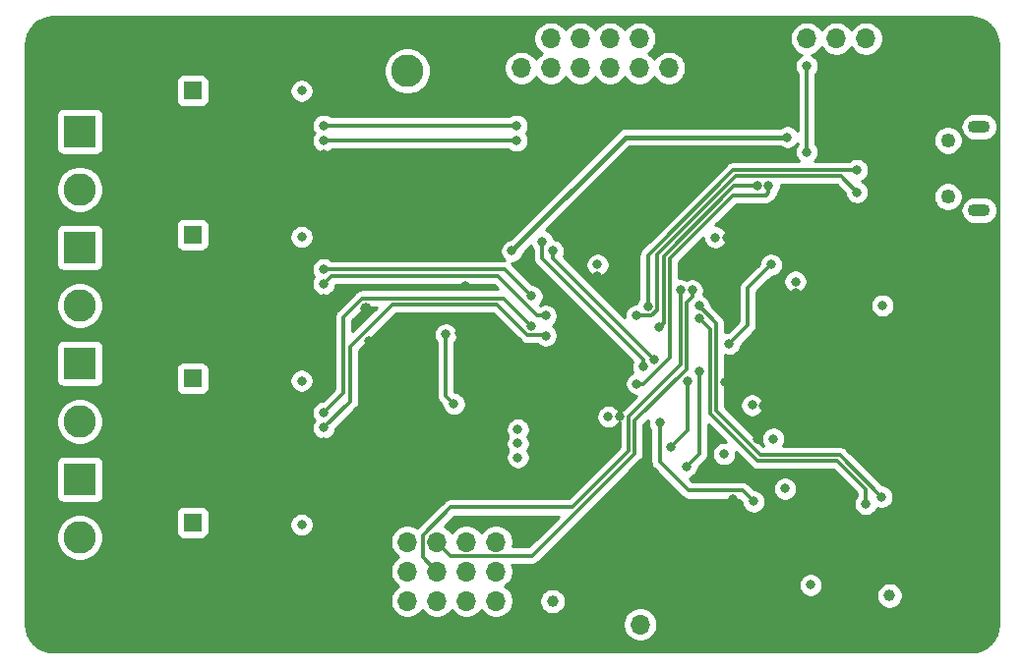
<source format=gbr>
%TF.GenerationSoftware,KiCad,Pcbnew,(5.1.8)-1*%
%TF.CreationDate,2022-03-28T22:18:06-07:00*%
%TF.ProjectId,smart_motor_controller,736d6172-745f-46d6-9f74-6f725f636f6e,0.1.1*%
%TF.SameCoordinates,Original*%
%TF.FileFunction,Copper,L4,Bot*%
%TF.FilePolarity,Positive*%
%FSLAX46Y46*%
G04 Gerber Fmt 4.6, Leading zero omitted, Abs format (unit mm)*
G04 Created by KiCad (PCBNEW (5.1.8)-1) date 2022-03-28 22:18:06*
%MOMM*%
%LPD*%
G01*
G04 APERTURE LIST*
%TA.AperFunction,SMDPad,CuDef*%
%ADD10R,3.100000X2.410000*%
%TD*%
%TA.AperFunction,ComponentPad*%
%ADD11C,0.500000*%
%TD*%
%TA.AperFunction,ComponentPad*%
%ADD12C,0.630000*%
%TD*%
%TA.AperFunction,SMDPad,CuDef*%
%ADD13R,2.600000X3.300000*%
%TD*%
%TA.AperFunction,ComponentPad*%
%ADD14O,1.700000X1.700000*%
%TD*%
%TA.AperFunction,ComponentPad*%
%ADD15R,1.700000X1.700000*%
%TD*%
%TA.AperFunction,ComponentPad*%
%ADD16C,2.800000*%
%TD*%
%TA.AperFunction,ComponentPad*%
%ADD17R,2.800000X2.800000*%
%TD*%
%TA.AperFunction,ComponentPad*%
%ADD18C,5.400000*%
%TD*%
%TA.AperFunction,ComponentPad*%
%ADD19C,1.250000*%
%TD*%
%TA.AperFunction,ComponentPad*%
%ADD20O,1.900000X1.100000*%
%TD*%
%TA.AperFunction,ComponentPad*%
%ADD21R,1.600000X1.600000*%
%TD*%
%TA.AperFunction,ComponentPad*%
%ADD22C,1.600000*%
%TD*%
%TA.AperFunction,ViaPad*%
%ADD23C,0.800000*%
%TD*%
%TA.AperFunction,ViaPad*%
%ADD24C,1.000000*%
%TD*%
%TA.AperFunction,Conductor*%
%ADD25C,0.400000*%
%TD*%
%TA.AperFunction,Conductor*%
%ADD26C,0.300000*%
%TD*%
%TA.AperFunction,Conductor*%
%ADD27C,0.254000*%
%TD*%
%TA.AperFunction,Conductor*%
%ADD28C,0.100000*%
%TD*%
G04 APERTURE END LIST*
D10*
%TO.P,U201,9*%
%TO.N,GND*%
X145800000Y-89700000D03*
D11*
X144500000Y-90655000D03*
X144500000Y-88745000D03*
X145800000Y-90655000D03*
X145800000Y-88745000D03*
X147100000Y-90655000D03*
X147100000Y-88745000D03*
%TD*%
D12*
%TO.P,U304,9*%
%TO.N,GND*%
X133250000Y-106600000D03*
X134550000Y-106600000D03*
X133250000Y-109200000D03*
X133250000Y-107900000D03*
X134550000Y-107900000D03*
X134550000Y-109200000D03*
D13*
X133900000Y-107900000D03*
%TD*%
D12*
%TO.P,U303,9*%
%TO.N,GND*%
X133250000Y-81800000D03*
X134550000Y-81800000D03*
X133250000Y-84400000D03*
X133250000Y-83100000D03*
X134550000Y-83100000D03*
X134550000Y-84400000D03*
D13*
X133900000Y-83100000D03*
%TD*%
D12*
%TO.P,U302,9*%
%TO.N,GND*%
X133250000Y-94200000D03*
X134550000Y-94200000D03*
X133250000Y-96800000D03*
X133250000Y-95500000D03*
X134550000Y-95500000D03*
X134550000Y-96800000D03*
D13*
X133900000Y-95500000D03*
%TD*%
D12*
%TO.P,U301,9*%
%TO.N,GND*%
X133250000Y-69400000D03*
X134550000Y-69400000D03*
X133250000Y-72000000D03*
X133250000Y-70700000D03*
X134550000Y-70700000D03*
X134550000Y-72000000D03*
D13*
X133900000Y-70700000D03*
%TD*%
D14*
%TO.P,J104,4*%
%TO.N,NRST*%
X180280000Y-62600000D03*
%TO.P,J104,3*%
%TO.N,SWDIO*%
X182820000Y-62600000D03*
%TO.P,J104,2*%
%TO.N,SWCLK*%
X185360000Y-62600000D03*
D15*
%TO.P,J104,1*%
%TO.N,GND*%
X187900000Y-62600000D03*
%TD*%
D14*
%TO.P,J101,12*%
%TO.N,+3V3*%
X155700000Y-65140000D03*
%TO.P,J101,11*%
%TO.N,GND*%
X155700000Y-62600000D03*
%TO.P,J101,10*%
%TO.N,USART3_RX*%
X158240000Y-65140000D03*
%TO.P,J101,9*%
%TO.N,USART3_TX*%
X158240000Y-62600000D03*
%TO.P,J101,8*%
%TO.N,I2C2_SCL*%
X160780000Y-65140000D03*
%TO.P,J101,7*%
%TO.N,I2C2_SDA*%
X160780000Y-62600000D03*
%TO.P,J101,6*%
%TO.N,GPIO3*%
X163320000Y-65140000D03*
%TO.P,J101,5*%
%TO.N,GPIO2*%
X163320000Y-62600000D03*
%TO.P,J101,4*%
%TO.N,GPIO1*%
X165860000Y-65140000D03*
%TO.P,J101,3*%
%TO.N,GPIO0*%
X165860000Y-62600000D03*
%TO.P,J101,2*%
%TO.N,+3V3*%
X168400000Y-65140000D03*
D15*
%TO.P,J101,1*%
%TO.N,GND*%
X168400000Y-62600000D03*
%TD*%
D16*
%TO.P,J304,2*%
%TO.N,Net-(J304-Pad2)*%
X117700000Y-105600000D03*
D17*
%TO.P,J304,1*%
%TO.N,Net-(J304-Pad1)*%
X117700000Y-100600000D03*
%TD*%
D16*
%TO.P,J303,2*%
%TO.N,Net-(J303-Pad2)*%
X117700000Y-85600000D03*
D17*
%TO.P,J303,1*%
%TO.N,Net-(J303-Pad1)*%
X117700000Y-80600000D03*
%TD*%
D16*
%TO.P,J302,2*%
%TO.N,Net-(J302-Pad2)*%
X117700000Y-95600000D03*
D17*
%TO.P,J302,1*%
%TO.N,Net-(J302-Pad1)*%
X117700000Y-90600000D03*
%TD*%
D16*
%TO.P,J301,2*%
%TO.N,Net-(J301-Pad2)*%
X117700000Y-75600000D03*
D17*
%TO.P,J301,1*%
%TO.N,Net-(J301-Pad1)*%
X117700000Y-70600000D03*
%TD*%
D16*
%TO.P,J9,2*%
%TO.N,+12V*%
X145900000Y-65400000D03*
D17*
%TO.P,J9,1*%
%TO.N,GND*%
X150900000Y-65400000D03*
%TD*%
D14*
%TO.P,J309,2*%
%TO.N,V_ENCODER*%
X165940000Y-113100000D03*
D15*
%TO.P,J309,1*%
%TO.N,GND*%
X163400000Y-113100000D03*
%TD*%
D18*
%TO.P,H6,1*%
%TO.N,GND*%
X115900000Y-112600000D03*
%TD*%
%TO.P,H5,1*%
%TO.N,GND*%
X173900000Y-112600000D03*
%TD*%
%TO.P,H4,1*%
%TO.N,GND*%
X193900000Y-63600000D03*
%TD*%
%TO.P,H3,1*%
%TO.N,GND*%
X115900000Y-63600000D03*
%TD*%
%TO.P,H2,1*%
%TO.N,GND*%
X173900000Y-63600000D03*
%TD*%
%TO.P,H1,1*%
%TO.N,GND*%
X193900000Y-112600000D03*
%TD*%
D19*
%TO.P,J10,6*%
%TO.N,Net-(J10-Pad6)*%
X192430000Y-71375000D03*
X192430000Y-76225000D03*
D20*
X195100000Y-77400000D03*
X195100000Y-70200000D03*
%TD*%
D21*
%TO.P,C302,1*%
%TO.N,VMOTORS*%
X127400000Y-67100000D03*
D22*
%TO.P,C302,2*%
%TO.N,GND*%
X125400000Y-67100000D03*
%TD*%
%TO.P,C304,2*%
%TO.N,GND*%
X125400000Y-79500000D03*
D21*
%TO.P,C304,1*%
%TO.N,VMOTORS*%
X127400000Y-79500000D03*
%TD*%
D22*
%TO.P,C306,2*%
%TO.N,GND*%
X125400000Y-91900000D03*
D21*
%TO.P,C306,1*%
%TO.N,VMOTORS*%
X127400000Y-91900000D03*
%TD*%
%TO.P,C308,1*%
%TO.N,VMOTORS*%
X127400000Y-104300000D03*
D22*
%TO.P,C308,2*%
%TO.N,GND*%
X125400000Y-104300000D03*
%TD*%
D15*
%TO.P,J310,1*%
%TO.N,GND*%
X145900000Y-113600000D03*
D14*
%TO.P,J310,2*%
%TO.N,V_ENCODER*%
X145900000Y-111060000D03*
D15*
%TO.P,J310,1*%
%TO.N,GND*%
X148440000Y-113600000D03*
D14*
%TO.P,J310,2*%
%TO.N,V_ENCODER*%
X148440000Y-111060000D03*
D15*
%TO.P,J310,1*%
%TO.N,GND*%
X150980000Y-113600000D03*
D14*
%TO.P,J310,2*%
%TO.N,V_ENCODER*%
X150980000Y-111060000D03*
D15*
%TO.P,J310,1*%
%TO.N,GND*%
X153520000Y-113600000D03*
D14*
%TO.P,J310,2*%
%TO.N,V_ENCODER*%
X153520000Y-111060000D03*
%TO.P,J310,3*%
%TO.N,ENCODER_0_B*%
X145900000Y-108520000D03*
%TO.P,J310,4*%
%TO.N,ENCODER_0_A*%
X145900000Y-105980000D03*
%TO.P,J310,5*%
%TO.N,ENCODER_1_B*%
X148440000Y-108520000D03*
%TO.P,J310,6*%
%TO.N,ENCODER_1_A*%
X148440000Y-105980000D03*
%TO.P,J310,7*%
%TO.N,ENCODER_2_B*%
X150980000Y-108520000D03*
%TO.P,J310,8*%
%TO.N,ENCODER_2_A*%
X150980000Y-105980000D03*
%TO.P,J310,9*%
%TO.N,ENCODER_3_B*%
X153520000Y-108520000D03*
%TO.P,J310,10*%
%TO.N,ENCODER_3_A*%
X153520000Y-105980000D03*
%TD*%
D23*
%TO.N,GND*%
X134600000Y-67100000D03*
X179300000Y-84540000D03*
X176800000Y-86800000D03*
X173400000Y-79740000D03*
X162260000Y-83090000D03*
X189600000Y-74900000D03*
X162500000Y-80340000D03*
X161600000Y-94540000D03*
X164200000Y-95200000D03*
X182200000Y-87140000D03*
X183000000Y-88740000D03*
X178500000Y-91040000D03*
X179100000Y-92940000D03*
X176570000Y-94210000D03*
X176000000Y-97140000D03*
X175100000Y-95640000D03*
X179300000Y-85540000D03*
X173930000Y-102320000D03*
X173200000Y-92200000D03*
X189900000Y-72500000D03*
X125800000Y-83700000D03*
X125800000Y-96100000D03*
X125800000Y-108500000D03*
D24*
X146400000Y-94500000D03*
D23*
X150400000Y-88000000D03*
D24*
X146800000Y-97700000D03*
D23*
X142800000Y-95700000D03*
X138700000Y-97400000D03*
X138700000Y-109800000D03*
X138700000Y-85000000D03*
X138700000Y-72600000D03*
D24*
X130900000Y-64200000D03*
X130900000Y-76600000D03*
X130900000Y-89000000D03*
X130900000Y-101400000D03*
X150900000Y-62600000D03*
X150900000Y-68100000D03*
D23*
X155900000Y-113600000D03*
X143400000Y-113600000D03*
X160900000Y-113100000D03*
X178200000Y-105900000D03*
X180800000Y-79500000D03*
X178600000Y-75900000D03*
D24*
X142350000Y-85900000D03*
X146800000Y-75500000D03*
D23*
X167600000Y-101000000D03*
X163400000Y-68300000D03*
X138800000Y-78100000D03*
X186800000Y-91600000D03*
X176500000Y-79200000D03*
X172700000Y-73800000D03*
X156600000Y-105600000D03*
X159700000Y-106200000D03*
X155100000Y-75700000D03*
X150900000Y-83900000D03*
X142600000Y-88700000D03*
X142600000Y-90700000D03*
X155200000Y-89000000D03*
X152600000Y-89000000D03*
X138900000Y-90450000D03*
X125800000Y-71300000D03*
X138400000Y-66500000D03*
%TO.N,+3V3*%
X173170000Y-98400000D03*
X163200000Y-95200000D03*
X162260000Y-82090000D03*
X179300000Y-83540000D03*
X172400000Y-79740000D03*
X175570000Y-94200000D03*
X155400000Y-96300000D03*
X155400000Y-97500000D03*
X155400000Y-98700000D03*
D24*
X158400000Y-111100000D03*
X187400000Y-110600000D03*
D23*
X180600000Y-109700000D03*
X177400000Y-97100000D03*
X178400000Y-101400000D03*
X186800000Y-85600000D03*
X136800000Y-67100000D03*
X136800000Y-79700000D03*
X136800000Y-104500000D03*
X136800000Y-92100000D03*
%TO.N,+5V*%
X178600000Y-71100000D03*
X154900000Y-80900000D03*
%TO.N,LED*%
X167625010Y-95700000D03*
X175700000Y-102500000D03*
%TO.N,NRST*%
X173600000Y-88900000D03*
X177200000Y-82100000D03*
X180280000Y-72380000D03*
X180280000Y-64980000D03*
%TO.N,SWCLK*%
X165650000Y-92350000D03*
X177000000Y-75300000D03*
%TO.N,SWDIO*%
X167600000Y-87500000D03*
X176000000Y-75300000D03*
%TO.N,M2_OUT2*%
X157800000Y-86500000D03*
X138700000Y-83750000D03*
%TO.N,USB_D+*%
X166600000Y-85700000D03*
X184600000Y-73950000D03*
%TO.N,USB_D-*%
X165600000Y-86500000D03*
X184600000Y-75850000D03*
%TO.N,CAN2_TX*%
X171010000Y-86740000D03*
X185350000Y-102700000D03*
%TO.N,CAN2_RX*%
X171000000Y-85650000D03*
X186700000Y-102100000D03*
%TO.N,M2_OUT1*%
X156590038Y-84800000D03*
X138700000Y-82500000D03*
%TO.N,M1_OUT2*%
X157800000Y-88200000D03*
X138700000Y-96150000D03*
%TO.N,M1_OUT1*%
X156590038Y-87390038D03*
X138700000Y-94850000D03*
%TO.N,M0_OUT2*%
X138700000Y-71400000D03*
X155300000Y-71400000D03*
%TO.N,M0_OUT1*%
X138700000Y-70100000D03*
X155300000Y-70100000D03*
%TO.N,Net-(C201-Pad2)*%
X149900000Y-94100000D03*
X149200000Y-88100000D03*
%TO.N,USART3_RX*%
X167150000Y-90300000D03*
X158400000Y-80900000D03*
%TO.N,USART3_TX*%
X166200000Y-90900000D03*
X157500000Y-80100000D03*
%TO.N,ENCODER_1_B*%
X169400000Y-84300000D03*
%TO.N,ENCODER_1_A*%
X170400000Y-84300000D03*
%TO.N,ENCODER_3_B*%
X171000000Y-91300000D03*
X169900000Y-99500000D03*
%TO.N,ENCODER_3_A*%
X170000000Y-92100000D03*
X168600000Y-97800000D03*
%TD*%
D25*
%TO.N,+5V*%
X164700000Y-71100000D02*
X154900000Y-80900000D01*
X178600000Y-71100000D02*
X164700000Y-71100000D01*
D26*
%TO.N,LED*%
X174769999Y-101569999D02*
X175700000Y-102500000D01*
X170120019Y-101569999D02*
X174769999Y-101569999D01*
X167625010Y-99074990D02*
X170120019Y-101569999D01*
X167625010Y-95700000D02*
X167625010Y-99074990D01*
%TO.N,NRST*%
X173600000Y-88900000D02*
X175200000Y-87300000D01*
X175200000Y-84100000D02*
X177200000Y-82100000D01*
X175200000Y-87300000D02*
X175200000Y-84100000D01*
X180280000Y-64980000D02*
X180280000Y-72380000D01*
%TO.N,SWCLK*%
X176765685Y-76100000D02*
X173921360Y-76100000D01*
X177000000Y-75865685D02*
X176765685Y-76100000D01*
X177000000Y-75300000D02*
X177000000Y-75865685D01*
X173921360Y-76100000D02*
X168450010Y-81571350D01*
X166210002Y-92350000D02*
X165650000Y-92350000D01*
X168450010Y-90109992D02*
X166210002Y-92350000D01*
X168450010Y-81571350D02*
X168450010Y-90109992D01*
%TO.N,SWDIO*%
X167600000Y-87500000D02*
X167950000Y-87150000D01*
X167950000Y-87150000D02*
X167950000Y-81364240D01*
X174014240Y-75300000D02*
X176000000Y-75300000D01*
X167950000Y-81364240D02*
X174014240Y-75300000D01*
%TO.N,M2_OUT2*%
X153639997Y-83049999D02*
X157089998Y-86500000D01*
X139400001Y-83049999D02*
X153639997Y-83049999D01*
X138700000Y-83750000D02*
X139400001Y-83049999D01*
X157089998Y-86500000D02*
X157800000Y-86500000D01*
%TO.N,USB_D+*%
X173950000Y-73950000D02*
X167200000Y-80700000D01*
X184600000Y-73950000D02*
X173950000Y-73950000D01*
X166600000Y-81300000D02*
X167200000Y-80700000D01*
X166600000Y-85700000D02*
X166600000Y-81300000D01*
%TO.N,USB_D-*%
X183200010Y-74450010D02*
X184600000Y-75850000D01*
X174157110Y-74450010D02*
X183200010Y-74450010D01*
X167400000Y-81207120D02*
X174157110Y-74450010D01*
X166910002Y-86500000D02*
X167400000Y-86010002D01*
X167400000Y-86010002D02*
X167400000Y-81207120D01*
X165600000Y-86500000D02*
X166910002Y-86500000D01*
%TO.N,CAN2_TX*%
X185350000Y-101457120D02*
X185350000Y-102700000D01*
X182892890Y-99000010D02*
X185350000Y-101457120D01*
X176042888Y-99000010D02*
X182892890Y-99000010D01*
X171949989Y-94907111D02*
X176042888Y-99000010D01*
X171949989Y-87679989D02*
X171949989Y-94907111D01*
X171010000Y-86740000D02*
X171949989Y-87679989D01*
%TO.N,CAN2_RX*%
X171000000Y-85650000D02*
X171000000Y-85900000D01*
X172449999Y-94700001D02*
X172449999Y-87099999D01*
X176249998Y-98500000D02*
X172449999Y-94700001D01*
X172449999Y-87099999D02*
X171000000Y-85650000D01*
X186700000Y-102100000D02*
X183100000Y-98500000D01*
X183100000Y-98500000D02*
X176249998Y-98500000D01*
%TO.N,M2_OUT1*%
X138700000Y-82500000D02*
X154200000Y-82500000D01*
X154290038Y-82500000D02*
X154200000Y-82500000D01*
X156590038Y-84800000D02*
X154290038Y-82500000D01*
%TO.N,M1_OUT2*%
X156249999Y-88149999D02*
X157749999Y-88149999D01*
X153600010Y-85500010D02*
X156249999Y-88149999D01*
X144649990Y-85500010D02*
X153600010Y-85500010D01*
X157749999Y-88149999D02*
X157800000Y-88200000D01*
X140975000Y-89175000D02*
X144649990Y-85500010D01*
X140975000Y-93875000D02*
X140975000Y-89175000D01*
X138700000Y-96150000D02*
X140975000Y-93875000D01*
%TO.N,M1_OUT1*%
X156590038Y-87390038D02*
X154200000Y-85000000D01*
X154200000Y-85000000D02*
X141991998Y-85000000D01*
X138700000Y-94850000D02*
X140400000Y-93150000D01*
X140400000Y-86600000D02*
X140395999Y-86595999D01*
X140400000Y-93150000D02*
X140400000Y-86600000D01*
X141991998Y-85000000D02*
X140395999Y-86595999D01*
%TO.N,M0_OUT2*%
X155300000Y-71400000D02*
X138700000Y-71400000D01*
%TO.N,M0_OUT1*%
X155300000Y-70100000D02*
X138700000Y-70100000D01*
%TO.N,Net-(C201-Pad2)*%
X149200000Y-93400000D02*
X149900000Y-94100000D01*
X149200000Y-88100000D02*
X149200000Y-93400000D01*
%TO.N,USART3_RX*%
X158240000Y-65140000D02*
X158240000Y-65260000D01*
X167150000Y-90300000D02*
X159179282Y-82329282D01*
X158400000Y-81550000D02*
X159179282Y-82329282D01*
X158400000Y-80900000D02*
X158400000Y-81550000D01*
%TO.N,USART3_TX*%
X166200000Y-90265685D02*
X166200000Y-90900000D01*
X157500000Y-81565684D02*
X157617158Y-81682842D01*
X157500000Y-80100000D02*
X157500000Y-81565684D01*
X157617158Y-81682842D02*
X166200000Y-90265685D01*
%TO.N,ENCODER_1_B*%
X147239999Y-107319999D02*
X148440000Y-108520000D01*
X147239999Y-105403999D02*
X147239999Y-107319999D01*
X149643998Y-103000000D02*
X147239999Y-105403999D01*
X160100000Y-103000000D02*
X149643998Y-103000000D01*
X164950001Y-98149999D02*
X160100000Y-103000000D01*
X164950001Y-95150001D02*
X164950001Y-98149999D01*
X169400000Y-90700002D02*
X164950001Y-95150001D01*
X169400000Y-84300000D02*
X169400000Y-90700002D01*
%TO.N,ENCODER_1_A*%
X148440000Y-105980000D02*
X149640001Y-107180001D01*
X156627119Y-107180001D02*
X157553560Y-106253560D01*
X149640001Y-107180001D02*
X156627119Y-107180001D01*
X157553560Y-106253560D02*
X157152129Y-106654991D01*
X165450011Y-95549989D02*
X165450011Y-98357109D01*
X169900010Y-91099990D02*
X165450011Y-95549989D01*
X165450011Y-98357109D02*
X157553560Y-106253560D01*
X169900010Y-85365675D02*
X169900010Y-91099990D01*
X170400000Y-84865685D02*
X169900010Y-85365675D01*
X170400000Y-84300000D02*
X170400000Y-84865685D01*
%TO.N,ENCODER_3_B*%
X169900000Y-99500000D02*
X171000000Y-98400000D01*
X171000000Y-91300000D02*
X171000000Y-98400000D01*
%TO.N,ENCODER_3_A*%
X170000000Y-92100000D02*
X170000000Y-96100000D01*
X170000000Y-96400000D02*
X170000000Y-96100000D01*
X168600000Y-97800000D02*
X170000000Y-96400000D01*
%TD*%
D27*
%TO.N,GND*%
X194853893Y-60807670D02*
X195290498Y-60939489D01*
X195693185Y-61153600D01*
X196046612Y-61441848D01*
X196337327Y-61793261D01*
X196554242Y-62194439D01*
X196689106Y-62630113D01*
X196740001Y-63114353D01*
X196740000Y-113067721D01*
X196692330Y-113553894D01*
X196560512Y-113990497D01*
X196346399Y-114393186D01*
X196058150Y-114746613D01*
X195706739Y-115037327D01*
X195305564Y-115254240D01*
X194869886Y-115389106D01*
X194385664Y-115440000D01*
X115432279Y-115440000D01*
X114946106Y-115392330D01*
X114509503Y-115260512D01*
X114106814Y-115046399D01*
X113753387Y-114758150D01*
X113462673Y-114406739D01*
X113245760Y-114005564D01*
X113110894Y-113569886D01*
X113060000Y-113085664D01*
X113060000Y-112953740D01*
X164455000Y-112953740D01*
X164455000Y-113246260D01*
X164512068Y-113533158D01*
X164624010Y-113803411D01*
X164786525Y-114046632D01*
X164993368Y-114253475D01*
X165236589Y-114415990D01*
X165506842Y-114527932D01*
X165793740Y-114585000D01*
X166086260Y-114585000D01*
X166373158Y-114527932D01*
X166643411Y-114415990D01*
X166886632Y-114253475D01*
X167093475Y-114046632D01*
X167255990Y-113803411D01*
X167367932Y-113533158D01*
X167425000Y-113246260D01*
X167425000Y-112953740D01*
X167367932Y-112666842D01*
X167255990Y-112396589D01*
X167093475Y-112153368D01*
X166886632Y-111946525D01*
X166643411Y-111784010D01*
X166373158Y-111672068D01*
X166086260Y-111615000D01*
X165793740Y-111615000D01*
X165506842Y-111672068D01*
X165236589Y-111784010D01*
X164993368Y-111946525D01*
X164786525Y-112153368D01*
X164624010Y-112396589D01*
X164512068Y-112666842D01*
X164455000Y-112953740D01*
X113060000Y-112953740D01*
X113060000Y-105399570D01*
X115665000Y-105399570D01*
X115665000Y-105800430D01*
X115743204Y-106193587D01*
X115896607Y-106563934D01*
X116119313Y-106897237D01*
X116402763Y-107180687D01*
X116736066Y-107403393D01*
X117106413Y-107556796D01*
X117499570Y-107635000D01*
X117900430Y-107635000D01*
X118293587Y-107556796D01*
X118663934Y-107403393D01*
X118997237Y-107180687D01*
X119280687Y-106897237D01*
X119503393Y-106563934D01*
X119656796Y-106193587D01*
X119735000Y-105800430D01*
X119735000Y-105399570D01*
X119656796Y-105006413D01*
X119503393Y-104636066D01*
X119280687Y-104302763D01*
X118997237Y-104019313D01*
X118663934Y-103796607D01*
X118293587Y-103643204D01*
X117900430Y-103565000D01*
X117499570Y-103565000D01*
X117106413Y-103643204D01*
X116736066Y-103796607D01*
X116402763Y-104019313D01*
X116119313Y-104302763D01*
X115896607Y-104636066D01*
X115743204Y-105006413D01*
X115665000Y-105399570D01*
X113060000Y-105399570D01*
X113060000Y-103500000D01*
X125961928Y-103500000D01*
X125961928Y-105100000D01*
X125974188Y-105224482D01*
X126010498Y-105344180D01*
X126069463Y-105454494D01*
X126148815Y-105551185D01*
X126245506Y-105630537D01*
X126355820Y-105689502D01*
X126475518Y-105725812D01*
X126600000Y-105738072D01*
X128200000Y-105738072D01*
X128324482Y-105725812D01*
X128444180Y-105689502D01*
X128554494Y-105630537D01*
X128651185Y-105551185D01*
X128730537Y-105454494D01*
X128789502Y-105344180D01*
X128825812Y-105224482D01*
X128838072Y-105100000D01*
X128838072Y-104398061D01*
X135765000Y-104398061D01*
X135765000Y-104601939D01*
X135804774Y-104801898D01*
X135882795Y-104990256D01*
X135996063Y-105159774D01*
X136140226Y-105303937D01*
X136309744Y-105417205D01*
X136498102Y-105495226D01*
X136698061Y-105535000D01*
X136901939Y-105535000D01*
X137101898Y-105495226D01*
X137290256Y-105417205D01*
X137459774Y-105303937D01*
X137603937Y-105159774D01*
X137717205Y-104990256D01*
X137795226Y-104801898D01*
X137835000Y-104601939D01*
X137835000Y-104398061D01*
X137795226Y-104198102D01*
X137717205Y-104009744D01*
X137603937Y-103840226D01*
X137459774Y-103696063D01*
X137290256Y-103582795D01*
X137101898Y-103504774D01*
X136901939Y-103465000D01*
X136698061Y-103465000D01*
X136498102Y-103504774D01*
X136309744Y-103582795D01*
X136140226Y-103696063D01*
X135996063Y-103840226D01*
X135882795Y-104009744D01*
X135804774Y-104198102D01*
X135765000Y-104398061D01*
X128838072Y-104398061D01*
X128838072Y-103500000D01*
X128825812Y-103375518D01*
X128789502Y-103255820D01*
X128730537Y-103145506D01*
X128651185Y-103048815D01*
X128554494Y-102969463D01*
X128444180Y-102910498D01*
X128324482Y-102874188D01*
X128200000Y-102861928D01*
X126600000Y-102861928D01*
X126475518Y-102874188D01*
X126355820Y-102910498D01*
X126245506Y-102969463D01*
X126148815Y-103048815D01*
X126069463Y-103145506D01*
X126010498Y-103255820D01*
X125974188Y-103375518D01*
X125961928Y-103500000D01*
X113060000Y-103500000D01*
X113060000Y-99200000D01*
X115661928Y-99200000D01*
X115661928Y-102000000D01*
X115674188Y-102124482D01*
X115710498Y-102244180D01*
X115769463Y-102354494D01*
X115848815Y-102451185D01*
X115945506Y-102530537D01*
X116055820Y-102589502D01*
X116175518Y-102625812D01*
X116300000Y-102638072D01*
X119100000Y-102638072D01*
X119224482Y-102625812D01*
X119344180Y-102589502D01*
X119454494Y-102530537D01*
X119551185Y-102451185D01*
X119630537Y-102354494D01*
X119689502Y-102244180D01*
X119725812Y-102124482D01*
X119738072Y-102000000D01*
X119738072Y-99200000D01*
X119725812Y-99075518D01*
X119689502Y-98955820D01*
X119630537Y-98845506D01*
X119551185Y-98748815D01*
X119454494Y-98669463D01*
X119344180Y-98610498D01*
X119224482Y-98574188D01*
X119100000Y-98561928D01*
X116300000Y-98561928D01*
X116175518Y-98574188D01*
X116055820Y-98610498D01*
X115945506Y-98669463D01*
X115848815Y-98748815D01*
X115769463Y-98845506D01*
X115710498Y-98955820D01*
X115674188Y-99075518D01*
X115661928Y-99200000D01*
X113060000Y-99200000D01*
X113060000Y-95399570D01*
X115665000Y-95399570D01*
X115665000Y-95800430D01*
X115743204Y-96193587D01*
X115896607Y-96563934D01*
X116119313Y-96897237D01*
X116402763Y-97180687D01*
X116736066Y-97403393D01*
X117106413Y-97556796D01*
X117499570Y-97635000D01*
X117900430Y-97635000D01*
X118293587Y-97556796D01*
X118663934Y-97403393D01*
X118997237Y-97180687D01*
X119280687Y-96897237D01*
X119503393Y-96563934D01*
X119656796Y-96193587D01*
X119735000Y-95800430D01*
X119735000Y-95399570D01*
X119656796Y-95006413D01*
X119503393Y-94636066D01*
X119280687Y-94302763D01*
X118997237Y-94019313D01*
X118663934Y-93796607D01*
X118293587Y-93643204D01*
X117900430Y-93565000D01*
X117499570Y-93565000D01*
X117106413Y-93643204D01*
X116736066Y-93796607D01*
X116402763Y-94019313D01*
X116119313Y-94302763D01*
X115896607Y-94636066D01*
X115743204Y-95006413D01*
X115665000Y-95399570D01*
X113060000Y-95399570D01*
X113060000Y-89200000D01*
X115661928Y-89200000D01*
X115661928Y-92000000D01*
X115674188Y-92124482D01*
X115710498Y-92244180D01*
X115769463Y-92354494D01*
X115848815Y-92451185D01*
X115945506Y-92530537D01*
X116055820Y-92589502D01*
X116175518Y-92625812D01*
X116300000Y-92638072D01*
X119100000Y-92638072D01*
X119224482Y-92625812D01*
X119344180Y-92589502D01*
X119454494Y-92530537D01*
X119551185Y-92451185D01*
X119630537Y-92354494D01*
X119689502Y-92244180D01*
X119725812Y-92124482D01*
X119738072Y-92000000D01*
X119738072Y-91100000D01*
X125961928Y-91100000D01*
X125961928Y-92700000D01*
X125974188Y-92824482D01*
X126010498Y-92944180D01*
X126069463Y-93054494D01*
X126148815Y-93151185D01*
X126245506Y-93230537D01*
X126355820Y-93289502D01*
X126475518Y-93325812D01*
X126600000Y-93338072D01*
X128200000Y-93338072D01*
X128324482Y-93325812D01*
X128444180Y-93289502D01*
X128554494Y-93230537D01*
X128651185Y-93151185D01*
X128730537Y-93054494D01*
X128789502Y-92944180D01*
X128825812Y-92824482D01*
X128838072Y-92700000D01*
X128838072Y-91998061D01*
X135765000Y-91998061D01*
X135765000Y-92201939D01*
X135804774Y-92401898D01*
X135882795Y-92590256D01*
X135996063Y-92759774D01*
X136140226Y-92903937D01*
X136309744Y-93017205D01*
X136498102Y-93095226D01*
X136698061Y-93135000D01*
X136901939Y-93135000D01*
X137101898Y-93095226D01*
X137290256Y-93017205D01*
X137459774Y-92903937D01*
X137603937Y-92759774D01*
X137717205Y-92590256D01*
X137795226Y-92401898D01*
X137835000Y-92201939D01*
X137835000Y-91998061D01*
X137795226Y-91798102D01*
X137717205Y-91609744D01*
X137603937Y-91440226D01*
X137459774Y-91296063D01*
X137290256Y-91182795D01*
X137101898Y-91104774D01*
X136901939Y-91065000D01*
X136698061Y-91065000D01*
X136498102Y-91104774D01*
X136309744Y-91182795D01*
X136140226Y-91296063D01*
X135996063Y-91440226D01*
X135882795Y-91609744D01*
X135804774Y-91798102D01*
X135765000Y-91998061D01*
X128838072Y-91998061D01*
X128838072Y-91100000D01*
X128825812Y-90975518D01*
X128789502Y-90855820D01*
X128730537Y-90745506D01*
X128651185Y-90648815D01*
X128554494Y-90569463D01*
X128444180Y-90510498D01*
X128324482Y-90474188D01*
X128200000Y-90461928D01*
X126600000Y-90461928D01*
X126475518Y-90474188D01*
X126355820Y-90510498D01*
X126245506Y-90569463D01*
X126148815Y-90648815D01*
X126069463Y-90745506D01*
X126010498Y-90855820D01*
X125974188Y-90975518D01*
X125961928Y-91100000D01*
X119738072Y-91100000D01*
X119738072Y-89200000D01*
X119725812Y-89075518D01*
X119689502Y-88955820D01*
X119630537Y-88845506D01*
X119551185Y-88748815D01*
X119454494Y-88669463D01*
X119344180Y-88610498D01*
X119224482Y-88574188D01*
X119100000Y-88561928D01*
X116300000Y-88561928D01*
X116175518Y-88574188D01*
X116055820Y-88610498D01*
X115945506Y-88669463D01*
X115848815Y-88748815D01*
X115769463Y-88845506D01*
X115710498Y-88955820D01*
X115674188Y-89075518D01*
X115661928Y-89200000D01*
X113060000Y-89200000D01*
X113060000Y-85399570D01*
X115665000Y-85399570D01*
X115665000Y-85800430D01*
X115743204Y-86193587D01*
X115896607Y-86563934D01*
X116119313Y-86897237D01*
X116402763Y-87180687D01*
X116736066Y-87403393D01*
X117106413Y-87556796D01*
X117499570Y-87635000D01*
X117900430Y-87635000D01*
X118293587Y-87556796D01*
X118663934Y-87403393D01*
X118997237Y-87180687D01*
X119280687Y-86897237D01*
X119503393Y-86563934D01*
X119656796Y-86193587D01*
X119735000Y-85800430D01*
X119735000Y-85399570D01*
X119656796Y-85006413D01*
X119503393Y-84636066D01*
X119280687Y-84302763D01*
X118997237Y-84019313D01*
X118663934Y-83796607D01*
X118293587Y-83643204D01*
X117900430Y-83565000D01*
X117499570Y-83565000D01*
X117106413Y-83643204D01*
X116736066Y-83796607D01*
X116402763Y-84019313D01*
X116119313Y-84302763D01*
X115896607Y-84636066D01*
X115743204Y-85006413D01*
X115665000Y-85399570D01*
X113060000Y-85399570D01*
X113060000Y-79200000D01*
X115661928Y-79200000D01*
X115661928Y-82000000D01*
X115674188Y-82124482D01*
X115710498Y-82244180D01*
X115769463Y-82354494D01*
X115848815Y-82451185D01*
X115945506Y-82530537D01*
X116055820Y-82589502D01*
X116175518Y-82625812D01*
X116300000Y-82638072D01*
X119100000Y-82638072D01*
X119224482Y-82625812D01*
X119344180Y-82589502D01*
X119454494Y-82530537D01*
X119551185Y-82451185D01*
X119594782Y-82398061D01*
X137665000Y-82398061D01*
X137665000Y-82601939D01*
X137704774Y-82801898D01*
X137782795Y-82990256D01*
X137872828Y-83125000D01*
X137782795Y-83259744D01*
X137704774Y-83448102D01*
X137665000Y-83648061D01*
X137665000Y-83851939D01*
X137704774Y-84051898D01*
X137782795Y-84240256D01*
X137896063Y-84409774D01*
X138040226Y-84553937D01*
X138209744Y-84667205D01*
X138398102Y-84745226D01*
X138598061Y-84785000D01*
X138801939Y-84785000D01*
X139001898Y-84745226D01*
X139190256Y-84667205D01*
X139359774Y-84553937D01*
X139503937Y-84409774D01*
X139617205Y-84240256D01*
X139695226Y-84051898D01*
X139735000Y-83851939D01*
X139735000Y-83834999D01*
X153314840Y-83834999D01*
X153694841Y-84215000D01*
X142030550Y-84215000D01*
X141991997Y-84211203D01*
X141953444Y-84215000D01*
X141953437Y-84215000D01*
X141852488Y-84224943D01*
X141838110Y-84226359D01*
X141803670Y-84236806D01*
X141690138Y-84271246D01*
X141553765Y-84344138D01*
X141493557Y-84393550D01*
X141464185Y-84417655D01*
X141464182Y-84417658D01*
X141434234Y-84442236D01*
X141409656Y-84472184D01*
X139868187Y-86013654D01*
X139838235Y-86038235D01*
X139813655Y-86068186D01*
X139813654Y-86068187D01*
X139803774Y-86080226D01*
X139740138Y-86157767D01*
X139667245Y-86294140D01*
X139622358Y-86442113D01*
X139607202Y-86595999D01*
X139615001Y-86675186D01*
X139615000Y-92824842D01*
X138624843Y-93815000D01*
X138598061Y-93815000D01*
X138398102Y-93854774D01*
X138209744Y-93932795D01*
X138040226Y-94046063D01*
X137896063Y-94190226D01*
X137782795Y-94359744D01*
X137704774Y-94548102D01*
X137665000Y-94748061D01*
X137665000Y-94951939D01*
X137704774Y-95151898D01*
X137782795Y-95340256D01*
X137889532Y-95500000D01*
X137782795Y-95659744D01*
X137704774Y-95848102D01*
X137665000Y-96048061D01*
X137665000Y-96251939D01*
X137704774Y-96451898D01*
X137782795Y-96640256D01*
X137896063Y-96809774D01*
X138040226Y-96953937D01*
X138209744Y-97067205D01*
X138398102Y-97145226D01*
X138598061Y-97185000D01*
X138801939Y-97185000D01*
X139001898Y-97145226D01*
X139190256Y-97067205D01*
X139359774Y-96953937D01*
X139503937Y-96809774D01*
X139617205Y-96640256D01*
X139695226Y-96451898D01*
X139735000Y-96251939D01*
X139735000Y-96225157D01*
X139762096Y-96198061D01*
X154365000Y-96198061D01*
X154365000Y-96401939D01*
X154404774Y-96601898D01*
X154482795Y-96790256D01*
X154556123Y-96900000D01*
X154482795Y-97009744D01*
X154404774Y-97198102D01*
X154365000Y-97398061D01*
X154365000Y-97601939D01*
X154404774Y-97801898D01*
X154482795Y-97990256D01*
X154556123Y-98100000D01*
X154482795Y-98209744D01*
X154404774Y-98398102D01*
X154365000Y-98598061D01*
X154365000Y-98801939D01*
X154404774Y-99001898D01*
X154482795Y-99190256D01*
X154596063Y-99359774D01*
X154740226Y-99503937D01*
X154909744Y-99617205D01*
X155098102Y-99695226D01*
X155298061Y-99735000D01*
X155501939Y-99735000D01*
X155701898Y-99695226D01*
X155890256Y-99617205D01*
X156059774Y-99503937D01*
X156203937Y-99359774D01*
X156317205Y-99190256D01*
X156395226Y-99001898D01*
X156435000Y-98801939D01*
X156435000Y-98598061D01*
X156395226Y-98398102D01*
X156317205Y-98209744D01*
X156243877Y-98100000D01*
X156317205Y-97990256D01*
X156395226Y-97801898D01*
X156435000Y-97601939D01*
X156435000Y-97398061D01*
X156395226Y-97198102D01*
X156317205Y-97009744D01*
X156243877Y-96900000D01*
X156317205Y-96790256D01*
X156395226Y-96601898D01*
X156435000Y-96401939D01*
X156435000Y-96198061D01*
X156395226Y-95998102D01*
X156317205Y-95809744D01*
X156203937Y-95640226D01*
X156059774Y-95496063D01*
X155890256Y-95382795D01*
X155701898Y-95304774D01*
X155501939Y-95265000D01*
X155298061Y-95265000D01*
X155098102Y-95304774D01*
X154909744Y-95382795D01*
X154740226Y-95496063D01*
X154596063Y-95640226D01*
X154482795Y-95809744D01*
X154404774Y-95998102D01*
X154365000Y-96198061D01*
X139762096Y-96198061D01*
X141502811Y-94457346D01*
X141532764Y-94432764D01*
X141630862Y-94313233D01*
X141703754Y-94176860D01*
X141721514Y-94118314D01*
X141748642Y-94028887D01*
X141757514Y-93938798D01*
X141760000Y-93913561D01*
X141760000Y-93913556D01*
X141763797Y-93875000D01*
X141760000Y-93836444D01*
X141760000Y-89500157D01*
X143262096Y-87998061D01*
X148165000Y-87998061D01*
X148165000Y-88201939D01*
X148204774Y-88401898D01*
X148282795Y-88590256D01*
X148396063Y-88759774D01*
X148415000Y-88778711D01*
X148415001Y-93361437D01*
X148411203Y-93400000D01*
X148426359Y-93553886D01*
X148471246Y-93701859D01*
X148505177Y-93765340D01*
X148544139Y-93838233D01*
X148577394Y-93878754D01*
X148617655Y-93927812D01*
X148617659Y-93927816D01*
X148642237Y-93957764D01*
X148672185Y-93982342D01*
X148865000Y-94175157D01*
X148865000Y-94201939D01*
X148904774Y-94401898D01*
X148982795Y-94590256D01*
X149096063Y-94759774D01*
X149240226Y-94903937D01*
X149409744Y-95017205D01*
X149598102Y-95095226D01*
X149798061Y-95135000D01*
X150001939Y-95135000D01*
X150201898Y-95095226D01*
X150390256Y-95017205D01*
X150559774Y-94903937D01*
X150703937Y-94759774D01*
X150817205Y-94590256D01*
X150895226Y-94401898D01*
X150935000Y-94201939D01*
X150935000Y-93998061D01*
X150895226Y-93798102D01*
X150817205Y-93609744D01*
X150703937Y-93440226D01*
X150559774Y-93296063D01*
X150390256Y-93182795D01*
X150201898Y-93104774D01*
X150001939Y-93065000D01*
X149985000Y-93065000D01*
X149985000Y-88778711D01*
X150003937Y-88759774D01*
X150117205Y-88590256D01*
X150195226Y-88401898D01*
X150235000Y-88201939D01*
X150235000Y-87998061D01*
X150195226Y-87798102D01*
X150117205Y-87609744D01*
X150003937Y-87440226D01*
X149859774Y-87296063D01*
X149690256Y-87182795D01*
X149501898Y-87104774D01*
X149301939Y-87065000D01*
X149098061Y-87065000D01*
X148898102Y-87104774D01*
X148709744Y-87182795D01*
X148540226Y-87296063D01*
X148396063Y-87440226D01*
X148282795Y-87609744D01*
X148204774Y-87798102D01*
X148165000Y-87998061D01*
X143262096Y-87998061D01*
X144975147Y-86285010D01*
X153274853Y-86285010D01*
X155667657Y-88677815D01*
X155692235Y-88707763D01*
X155722183Y-88732341D01*
X155722186Y-88732344D01*
X155727577Y-88736768D01*
X155811766Y-88805861D01*
X155948139Y-88878753D01*
X156061671Y-88913193D01*
X156096111Y-88923640D01*
X156110489Y-88925056D01*
X156211438Y-88934999D01*
X156211445Y-88934999D01*
X156249998Y-88938796D01*
X156288551Y-88934999D01*
X157071288Y-88934999D01*
X157140226Y-89003937D01*
X157309744Y-89117205D01*
X157498102Y-89195226D01*
X157698061Y-89235000D01*
X157901939Y-89235000D01*
X158101898Y-89195226D01*
X158290256Y-89117205D01*
X158459774Y-89003937D01*
X158603937Y-88859774D01*
X158717205Y-88690256D01*
X158795226Y-88501898D01*
X158835000Y-88301939D01*
X158835000Y-88098061D01*
X158795226Y-87898102D01*
X158717205Y-87709744D01*
X158603937Y-87540226D01*
X158459774Y-87396063D01*
X158390836Y-87350000D01*
X158459774Y-87303937D01*
X158603937Y-87159774D01*
X158717205Y-86990256D01*
X158795226Y-86801898D01*
X158835000Y-86601939D01*
X158835000Y-86398061D01*
X158795226Y-86198102D01*
X158717205Y-86009744D01*
X158603937Y-85840226D01*
X158459774Y-85696063D01*
X158290256Y-85582795D01*
X158101898Y-85504774D01*
X157901939Y-85465000D01*
X157698061Y-85465000D01*
X157498102Y-85504774D01*
X157309744Y-85582795D01*
X157293683Y-85593527D01*
X157276952Y-85576797D01*
X157393975Y-85459774D01*
X157507243Y-85290256D01*
X157585264Y-85101898D01*
X157625038Y-84901939D01*
X157625038Y-84698061D01*
X157585264Y-84498102D01*
X157507243Y-84309744D01*
X157393975Y-84140226D01*
X157249812Y-83996063D01*
X157080294Y-83882795D01*
X156891936Y-83804774D01*
X156691977Y-83765000D01*
X156665196Y-83765000D01*
X154872385Y-81972190D01*
X154847802Y-81942236D01*
X154838985Y-81935000D01*
X155001939Y-81935000D01*
X155201898Y-81895226D01*
X155390256Y-81817205D01*
X155559774Y-81703937D01*
X155703937Y-81559774D01*
X155817205Y-81390256D01*
X155895226Y-81201898D01*
X155924093Y-81056774D01*
X156526505Y-80454362D01*
X156582795Y-80590256D01*
X156696063Y-80759774D01*
X156715000Y-80778711D01*
X156715001Y-81527122D01*
X156711203Y-81565684D01*
X156726359Y-81719570D01*
X156771246Y-81867543D01*
X156800356Y-81922004D01*
X156844139Y-82003917D01*
X156884690Y-82053328D01*
X156917655Y-82093496D01*
X156917659Y-82093500D01*
X156942237Y-82123448D01*
X156972185Y-82148026D01*
X157034813Y-82210654D01*
X165268474Y-90444317D01*
X165204774Y-90598102D01*
X165165000Y-90798061D01*
X165165000Y-91001939D01*
X165204774Y-91201898D01*
X165279814Y-91383060D01*
X165159744Y-91432795D01*
X164990226Y-91546063D01*
X164846063Y-91690226D01*
X164732795Y-91859744D01*
X164654774Y-92048102D01*
X164615000Y-92248061D01*
X164615000Y-92451939D01*
X164654774Y-92651898D01*
X164732795Y-92840256D01*
X164846063Y-93009774D01*
X164990226Y-93153937D01*
X165159744Y-93267205D01*
X165348102Y-93345226D01*
X165548061Y-93385000D01*
X165604845Y-93385000D01*
X164422191Y-94567654D01*
X164392237Y-94592237D01*
X164294139Y-94711769D01*
X164221247Y-94848142D01*
X164199529Y-94919736D01*
X164195226Y-94898102D01*
X164117205Y-94709744D01*
X164003937Y-94540226D01*
X163859774Y-94396063D01*
X163690256Y-94282795D01*
X163501898Y-94204774D01*
X163301939Y-94165000D01*
X163098061Y-94165000D01*
X162898102Y-94204774D01*
X162709744Y-94282795D01*
X162540226Y-94396063D01*
X162396063Y-94540226D01*
X162282795Y-94709744D01*
X162204774Y-94898102D01*
X162165000Y-95098061D01*
X162165000Y-95301939D01*
X162204774Y-95501898D01*
X162282795Y-95690256D01*
X162396063Y-95859774D01*
X162540226Y-96003937D01*
X162709744Y-96117205D01*
X162898102Y-96195226D01*
X163098061Y-96235000D01*
X163301939Y-96235000D01*
X163501898Y-96195226D01*
X163690256Y-96117205D01*
X163859774Y-96003937D01*
X164003937Y-95859774D01*
X164117205Y-95690256D01*
X164165001Y-95574867D01*
X164165002Y-97824840D01*
X159774843Y-102215000D01*
X149682553Y-102215000D01*
X149643998Y-102211203D01*
X149605442Y-102215000D01*
X149605437Y-102215000D01*
X149565024Y-102218980D01*
X149490111Y-102226358D01*
X149342138Y-102271246D01*
X149205765Y-102344138D01*
X149145557Y-102393550D01*
X149116185Y-102417655D01*
X149116182Y-102417658D01*
X149086234Y-102442236D01*
X149061656Y-102472184D01*
X146763118Y-104770723D01*
X146603411Y-104664010D01*
X146333158Y-104552068D01*
X146046260Y-104495000D01*
X145753740Y-104495000D01*
X145466842Y-104552068D01*
X145196589Y-104664010D01*
X144953368Y-104826525D01*
X144746525Y-105033368D01*
X144584010Y-105276589D01*
X144472068Y-105546842D01*
X144415000Y-105833740D01*
X144415000Y-106126260D01*
X144472068Y-106413158D01*
X144584010Y-106683411D01*
X144746525Y-106926632D01*
X144953368Y-107133475D01*
X145127760Y-107250000D01*
X144953368Y-107366525D01*
X144746525Y-107573368D01*
X144584010Y-107816589D01*
X144472068Y-108086842D01*
X144415000Y-108373740D01*
X144415000Y-108666260D01*
X144472068Y-108953158D01*
X144584010Y-109223411D01*
X144746525Y-109466632D01*
X144953368Y-109673475D01*
X145127760Y-109790000D01*
X144953368Y-109906525D01*
X144746525Y-110113368D01*
X144584010Y-110356589D01*
X144472068Y-110626842D01*
X144415000Y-110913740D01*
X144415000Y-111206260D01*
X144472068Y-111493158D01*
X144584010Y-111763411D01*
X144746525Y-112006632D01*
X144953368Y-112213475D01*
X145196589Y-112375990D01*
X145466842Y-112487932D01*
X145753740Y-112545000D01*
X146046260Y-112545000D01*
X146333158Y-112487932D01*
X146603411Y-112375990D01*
X146846632Y-112213475D01*
X147053475Y-112006632D01*
X147170000Y-111832240D01*
X147286525Y-112006632D01*
X147493368Y-112213475D01*
X147736589Y-112375990D01*
X148006842Y-112487932D01*
X148293740Y-112545000D01*
X148586260Y-112545000D01*
X148873158Y-112487932D01*
X149143411Y-112375990D01*
X149386632Y-112213475D01*
X149593475Y-112006632D01*
X149710000Y-111832240D01*
X149826525Y-112006632D01*
X150033368Y-112213475D01*
X150276589Y-112375990D01*
X150546842Y-112487932D01*
X150833740Y-112545000D01*
X151126260Y-112545000D01*
X151413158Y-112487932D01*
X151683411Y-112375990D01*
X151926632Y-112213475D01*
X152133475Y-112006632D01*
X152250000Y-111832240D01*
X152366525Y-112006632D01*
X152573368Y-112213475D01*
X152816589Y-112375990D01*
X153086842Y-112487932D01*
X153373740Y-112545000D01*
X153666260Y-112545000D01*
X153953158Y-112487932D01*
X154223411Y-112375990D01*
X154466632Y-112213475D01*
X154673475Y-112006632D01*
X154835990Y-111763411D01*
X154947932Y-111493158D01*
X155005000Y-111206260D01*
X155005000Y-110988212D01*
X157265000Y-110988212D01*
X157265000Y-111211788D01*
X157308617Y-111431067D01*
X157394176Y-111637624D01*
X157518388Y-111823520D01*
X157676480Y-111981612D01*
X157862376Y-112105824D01*
X158068933Y-112191383D01*
X158288212Y-112235000D01*
X158511788Y-112235000D01*
X158731067Y-112191383D01*
X158937624Y-112105824D01*
X159123520Y-111981612D01*
X159281612Y-111823520D01*
X159405824Y-111637624D01*
X159491383Y-111431067D01*
X159535000Y-111211788D01*
X159535000Y-110988212D01*
X159491383Y-110768933D01*
X159405824Y-110562376D01*
X159281612Y-110376480D01*
X159123520Y-110218388D01*
X158937624Y-110094176D01*
X158731067Y-110008617D01*
X158511788Y-109965000D01*
X158288212Y-109965000D01*
X158068933Y-110008617D01*
X157862376Y-110094176D01*
X157676480Y-110218388D01*
X157518388Y-110376480D01*
X157394176Y-110562376D01*
X157308617Y-110768933D01*
X157265000Y-110988212D01*
X155005000Y-110988212D01*
X155005000Y-110913740D01*
X154947932Y-110626842D01*
X154835990Y-110356589D01*
X154673475Y-110113368D01*
X154466632Y-109906525D01*
X154292240Y-109790000D01*
X154466632Y-109673475D01*
X154542046Y-109598061D01*
X179565000Y-109598061D01*
X179565000Y-109801939D01*
X179604774Y-110001898D01*
X179682795Y-110190256D01*
X179796063Y-110359774D01*
X179940226Y-110503937D01*
X180109744Y-110617205D01*
X180298102Y-110695226D01*
X180498061Y-110735000D01*
X180701939Y-110735000D01*
X180901898Y-110695226D01*
X181090256Y-110617205D01*
X181259774Y-110503937D01*
X181275499Y-110488212D01*
X186265000Y-110488212D01*
X186265000Y-110711788D01*
X186308617Y-110931067D01*
X186394176Y-111137624D01*
X186518388Y-111323520D01*
X186676480Y-111481612D01*
X186862376Y-111605824D01*
X187068933Y-111691383D01*
X187288212Y-111735000D01*
X187511788Y-111735000D01*
X187731067Y-111691383D01*
X187937624Y-111605824D01*
X188123520Y-111481612D01*
X188281612Y-111323520D01*
X188405824Y-111137624D01*
X188491383Y-110931067D01*
X188535000Y-110711788D01*
X188535000Y-110488212D01*
X188491383Y-110268933D01*
X188405824Y-110062376D01*
X188281612Y-109876480D01*
X188123520Y-109718388D01*
X187937624Y-109594176D01*
X187731067Y-109508617D01*
X187511788Y-109465000D01*
X187288212Y-109465000D01*
X187068933Y-109508617D01*
X186862376Y-109594176D01*
X186676480Y-109718388D01*
X186518388Y-109876480D01*
X186394176Y-110062376D01*
X186308617Y-110268933D01*
X186265000Y-110488212D01*
X181275499Y-110488212D01*
X181403937Y-110359774D01*
X181517205Y-110190256D01*
X181595226Y-110001898D01*
X181635000Y-109801939D01*
X181635000Y-109598061D01*
X181595226Y-109398102D01*
X181517205Y-109209744D01*
X181403937Y-109040226D01*
X181259774Y-108896063D01*
X181090256Y-108782795D01*
X180901898Y-108704774D01*
X180701939Y-108665000D01*
X180498061Y-108665000D01*
X180298102Y-108704774D01*
X180109744Y-108782795D01*
X179940226Y-108896063D01*
X179796063Y-109040226D01*
X179682795Y-109209744D01*
X179604774Y-109398102D01*
X179565000Y-109598061D01*
X154542046Y-109598061D01*
X154673475Y-109466632D01*
X154835990Y-109223411D01*
X154947932Y-108953158D01*
X155005000Y-108666260D01*
X155005000Y-108373740D01*
X154947932Y-108086842D01*
X154897464Y-107965001D01*
X156588566Y-107965001D01*
X156627119Y-107968798D01*
X156665672Y-107965001D01*
X156665680Y-107965001D01*
X156781006Y-107953642D01*
X156928979Y-107908755D01*
X157065352Y-107835863D01*
X157184883Y-107737765D01*
X157209466Y-107707811D01*
X158135905Y-106781373D01*
X158135910Y-106781367D01*
X165977827Y-98939451D01*
X166007775Y-98914873D01*
X166037419Y-98878753D01*
X166069037Y-98840226D01*
X166105873Y-98795342D01*
X166178765Y-98658969D01*
X166185503Y-98636758D01*
X166223652Y-98510997D01*
X166228697Y-98459774D01*
X166235011Y-98395670D01*
X166235011Y-98395663D01*
X166238808Y-98357110D01*
X166235011Y-98318557D01*
X166235011Y-95875146D01*
X166609356Y-95500801D01*
X166590010Y-95598061D01*
X166590010Y-95801939D01*
X166629784Y-96001898D01*
X166707805Y-96190256D01*
X166821073Y-96359774D01*
X166840010Y-96378711D01*
X166840011Y-99036427D01*
X166836213Y-99074990D01*
X166851369Y-99228876D01*
X166896256Y-99376849D01*
X166896257Y-99376850D01*
X166969149Y-99513223D01*
X167005712Y-99557774D01*
X167042665Y-99602802D01*
X167042669Y-99602806D01*
X167067247Y-99632754D01*
X167097195Y-99657332D01*
X169537672Y-102097809D01*
X169562255Y-102127763D01*
X169681786Y-102225861D01*
X169818159Y-102298753D01*
X169966132Y-102343641D01*
X170041045Y-102351019D01*
X170081458Y-102354999D01*
X170081463Y-102354999D01*
X170120019Y-102358796D01*
X170158575Y-102354999D01*
X174444842Y-102354999D01*
X174665000Y-102575157D01*
X174665000Y-102601939D01*
X174704774Y-102801898D01*
X174782795Y-102990256D01*
X174896063Y-103159774D01*
X175040226Y-103303937D01*
X175209744Y-103417205D01*
X175398102Y-103495226D01*
X175598061Y-103535000D01*
X175801939Y-103535000D01*
X176001898Y-103495226D01*
X176190256Y-103417205D01*
X176359774Y-103303937D01*
X176503937Y-103159774D01*
X176617205Y-102990256D01*
X176695226Y-102801898D01*
X176735000Y-102601939D01*
X176735000Y-102398061D01*
X176695226Y-102198102D01*
X176617205Y-102009744D01*
X176503937Y-101840226D01*
X176359774Y-101696063D01*
X176190256Y-101582795D01*
X176001898Y-101504774D01*
X175801939Y-101465000D01*
X175775157Y-101465000D01*
X175608218Y-101298061D01*
X177365000Y-101298061D01*
X177365000Y-101501939D01*
X177404774Y-101701898D01*
X177482795Y-101890256D01*
X177596063Y-102059774D01*
X177740226Y-102203937D01*
X177909744Y-102317205D01*
X178098102Y-102395226D01*
X178298061Y-102435000D01*
X178501939Y-102435000D01*
X178701898Y-102395226D01*
X178890256Y-102317205D01*
X179059774Y-102203937D01*
X179203937Y-102059774D01*
X179317205Y-101890256D01*
X179395226Y-101701898D01*
X179435000Y-101501939D01*
X179435000Y-101298061D01*
X179395226Y-101098102D01*
X179317205Y-100909744D01*
X179203937Y-100740226D01*
X179059774Y-100596063D01*
X178890256Y-100482795D01*
X178701898Y-100404774D01*
X178501939Y-100365000D01*
X178298061Y-100365000D01*
X178098102Y-100404774D01*
X177909744Y-100482795D01*
X177740226Y-100596063D01*
X177596063Y-100740226D01*
X177482795Y-100909744D01*
X177404774Y-101098102D01*
X177365000Y-101298061D01*
X175608218Y-101298061D01*
X175352344Y-101042187D01*
X175327763Y-101012235D01*
X175208232Y-100914137D01*
X175071859Y-100841245D01*
X174923886Y-100796358D01*
X174808560Y-100784999D01*
X174808552Y-100784999D01*
X174769999Y-100781202D01*
X174731446Y-100784999D01*
X170445176Y-100784999D01*
X170163117Y-100502940D01*
X170201898Y-100495226D01*
X170390256Y-100417205D01*
X170559774Y-100303937D01*
X170703937Y-100159774D01*
X170817205Y-99990256D01*
X170895226Y-99801898D01*
X170935000Y-99601939D01*
X170935000Y-99575157D01*
X171527815Y-98982342D01*
X171557764Y-98957764D01*
X171585770Y-98923640D01*
X171617545Y-98884922D01*
X171655862Y-98838233D01*
X171728754Y-98701860D01*
X171729879Y-98698150D01*
X171773642Y-98553887D01*
X171782396Y-98465000D01*
X171785000Y-98438561D01*
X171785000Y-98438556D01*
X171788797Y-98400000D01*
X171785000Y-98361445D01*
X171785000Y-95852279D01*
X173304122Y-97371402D01*
X173271939Y-97365000D01*
X173068061Y-97365000D01*
X172868102Y-97404774D01*
X172679744Y-97482795D01*
X172510226Y-97596063D01*
X172366063Y-97740226D01*
X172252795Y-97909744D01*
X172174774Y-98098102D01*
X172135000Y-98298061D01*
X172135000Y-98501939D01*
X172174774Y-98701898D01*
X172252795Y-98890256D01*
X172366063Y-99059774D01*
X172510226Y-99203937D01*
X172679744Y-99317205D01*
X172868102Y-99395226D01*
X173068061Y-99435000D01*
X173271939Y-99435000D01*
X173471898Y-99395226D01*
X173660256Y-99317205D01*
X173829774Y-99203937D01*
X173973937Y-99059774D01*
X174087205Y-98890256D01*
X174165226Y-98701898D01*
X174205000Y-98501939D01*
X174205000Y-98298061D01*
X174198598Y-98265878D01*
X175460546Y-99527826D01*
X175485124Y-99557774D01*
X175515072Y-99582352D01*
X175515075Y-99582355D01*
X175538938Y-99601939D01*
X175604655Y-99655872D01*
X175741028Y-99728764D01*
X175854560Y-99763204D01*
X175889000Y-99773651D01*
X175903378Y-99775067D01*
X176004327Y-99785010D01*
X176004334Y-99785010D01*
X176042887Y-99788807D01*
X176081440Y-99785010D01*
X182567733Y-99785010D01*
X184565000Y-101782278D01*
X184565000Y-102021289D01*
X184546063Y-102040226D01*
X184432795Y-102209744D01*
X184354774Y-102398102D01*
X184315000Y-102598061D01*
X184315000Y-102801939D01*
X184354774Y-103001898D01*
X184432795Y-103190256D01*
X184546063Y-103359774D01*
X184690226Y-103503937D01*
X184859744Y-103617205D01*
X185048102Y-103695226D01*
X185248061Y-103735000D01*
X185451939Y-103735000D01*
X185651898Y-103695226D01*
X185840256Y-103617205D01*
X186009774Y-103503937D01*
X186153937Y-103359774D01*
X186267205Y-103190256D01*
X186319973Y-103062864D01*
X186398102Y-103095226D01*
X186598061Y-103135000D01*
X186801939Y-103135000D01*
X187001898Y-103095226D01*
X187190256Y-103017205D01*
X187359774Y-102903937D01*
X187503937Y-102759774D01*
X187617205Y-102590256D01*
X187695226Y-102401898D01*
X187735000Y-102201939D01*
X187735000Y-101998061D01*
X187695226Y-101798102D01*
X187617205Y-101609744D01*
X187503937Y-101440226D01*
X187359774Y-101296063D01*
X187190256Y-101182795D01*
X187001898Y-101104774D01*
X186801939Y-101065000D01*
X186775157Y-101065000D01*
X183682347Y-97972190D01*
X183657764Y-97942236D01*
X183538233Y-97844138D01*
X183401860Y-97771246D01*
X183253887Y-97726359D01*
X183138561Y-97715000D01*
X183138553Y-97715000D01*
X183100000Y-97711203D01*
X183061447Y-97715000D01*
X178233854Y-97715000D01*
X178317205Y-97590256D01*
X178395226Y-97401898D01*
X178435000Y-97201939D01*
X178435000Y-96998061D01*
X178395226Y-96798102D01*
X178317205Y-96609744D01*
X178203937Y-96440226D01*
X178059774Y-96296063D01*
X177890256Y-96182795D01*
X177701898Y-96104774D01*
X177501939Y-96065000D01*
X177298061Y-96065000D01*
X177098102Y-96104774D01*
X176909744Y-96182795D01*
X176740226Y-96296063D01*
X176596063Y-96440226D01*
X176482795Y-96609744D01*
X176404774Y-96798102D01*
X176365000Y-96998061D01*
X176365000Y-97201939D01*
X176404774Y-97401898D01*
X176482795Y-97590256D01*
X176548003Y-97687847D01*
X173234999Y-94374844D01*
X173234999Y-94098061D01*
X174535000Y-94098061D01*
X174535000Y-94301939D01*
X174574774Y-94501898D01*
X174652795Y-94690256D01*
X174766063Y-94859774D01*
X174910226Y-95003937D01*
X175079744Y-95117205D01*
X175268102Y-95195226D01*
X175468061Y-95235000D01*
X175671939Y-95235000D01*
X175871898Y-95195226D01*
X176060256Y-95117205D01*
X176229774Y-95003937D01*
X176373937Y-94859774D01*
X176487205Y-94690256D01*
X176565226Y-94501898D01*
X176605000Y-94301939D01*
X176605000Y-94098061D01*
X176565226Y-93898102D01*
X176487205Y-93709744D01*
X176373937Y-93540226D01*
X176229774Y-93396063D01*
X176060256Y-93282795D01*
X175871898Y-93204774D01*
X175671939Y-93165000D01*
X175468061Y-93165000D01*
X175268102Y-93204774D01*
X175079744Y-93282795D01*
X174910226Y-93396063D01*
X174766063Y-93540226D01*
X174652795Y-93709744D01*
X174574774Y-93898102D01*
X174535000Y-94098061D01*
X173234999Y-94098061D01*
X173234999Y-89869088D01*
X173298102Y-89895226D01*
X173498061Y-89935000D01*
X173701939Y-89935000D01*
X173901898Y-89895226D01*
X174090256Y-89817205D01*
X174259774Y-89703937D01*
X174403937Y-89559774D01*
X174517205Y-89390256D01*
X174595226Y-89201898D01*
X174635000Y-89001939D01*
X174635000Y-88975157D01*
X175727811Y-87882346D01*
X175757764Y-87857764D01*
X175855862Y-87738233D01*
X175928754Y-87601860D01*
X175946841Y-87542236D01*
X175973642Y-87453887D01*
X175984256Y-87346114D01*
X175985000Y-87338561D01*
X175985000Y-87338556D01*
X175988797Y-87300000D01*
X175985000Y-87261444D01*
X175985000Y-85498061D01*
X185765000Y-85498061D01*
X185765000Y-85701939D01*
X185804774Y-85901898D01*
X185882795Y-86090256D01*
X185996063Y-86259774D01*
X186140226Y-86403937D01*
X186309744Y-86517205D01*
X186498102Y-86595226D01*
X186698061Y-86635000D01*
X186901939Y-86635000D01*
X187101898Y-86595226D01*
X187290256Y-86517205D01*
X187459774Y-86403937D01*
X187603937Y-86259774D01*
X187717205Y-86090256D01*
X187795226Y-85901898D01*
X187835000Y-85701939D01*
X187835000Y-85498061D01*
X187795226Y-85298102D01*
X187717205Y-85109744D01*
X187603937Y-84940226D01*
X187459774Y-84796063D01*
X187290256Y-84682795D01*
X187101898Y-84604774D01*
X186901939Y-84565000D01*
X186698061Y-84565000D01*
X186498102Y-84604774D01*
X186309744Y-84682795D01*
X186140226Y-84796063D01*
X185996063Y-84940226D01*
X185882795Y-85109744D01*
X185804774Y-85298102D01*
X185765000Y-85498061D01*
X175985000Y-85498061D01*
X175985000Y-84425157D01*
X176972096Y-83438061D01*
X178265000Y-83438061D01*
X178265000Y-83641939D01*
X178304774Y-83841898D01*
X178382795Y-84030256D01*
X178496063Y-84199774D01*
X178640226Y-84343937D01*
X178809744Y-84457205D01*
X178998102Y-84535226D01*
X179198061Y-84575000D01*
X179401939Y-84575000D01*
X179601898Y-84535226D01*
X179790256Y-84457205D01*
X179959774Y-84343937D01*
X180103937Y-84199774D01*
X180217205Y-84030256D01*
X180295226Y-83841898D01*
X180335000Y-83641939D01*
X180335000Y-83438061D01*
X180295226Y-83238102D01*
X180217205Y-83049744D01*
X180103937Y-82880226D01*
X179959774Y-82736063D01*
X179790256Y-82622795D01*
X179601898Y-82544774D01*
X179401939Y-82505000D01*
X179198061Y-82505000D01*
X178998102Y-82544774D01*
X178809744Y-82622795D01*
X178640226Y-82736063D01*
X178496063Y-82880226D01*
X178382795Y-83049744D01*
X178304774Y-83238102D01*
X178265000Y-83438061D01*
X176972096Y-83438061D01*
X177275158Y-83135000D01*
X177301939Y-83135000D01*
X177501898Y-83095226D01*
X177690256Y-83017205D01*
X177859774Y-82903937D01*
X178003937Y-82759774D01*
X178117205Y-82590256D01*
X178195226Y-82401898D01*
X178235000Y-82201939D01*
X178235000Y-81998061D01*
X178195226Y-81798102D01*
X178117205Y-81609744D01*
X178003937Y-81440226D01*
X177859774Y-81296063D01*
X177690256Y-81182795D01*
X177501898Y-81104774D01*
X177301939Y-81065000D01*
X177098061Y-81065000D01*
X176898102Y-81104774D01*
X176709744Y-81182795D01*
X176540226Y-81296063D01*
X176396063Y-81440226D01*
X176282795Y-81609744D01*
X176204774Y-81798102D01*
X176165000Y-81998061D01*
X176165000Y-82024842D01*
X174672185Y-83517658D01*
X174642237Y-83542236D01*
X174617659Y-83572184D01*
X174617655Y-83572188D01*
X174613040Y-83577812D01*
X174544139Y-83661767D01*
X174520571Y-83705861D01*
X174471246Y-83798141D01*
X174426359Y-83946114D01*
X174411203Y-84100000D01*
X174415001Y-84138563D01*
X174415000Y-86974843D01*
X173524843Y-87865000D01*
X173498061Y-87865000D01*
X173298102Y-87904774D01*
X173234999Y-87930912D01*
X173234999Y-87138551D01*
X173238796Y-87099998D01*
X173234999Y-87061445D01*
X173234999Y-87061438D01*
X173223640Y-86946112D01*
X173178753Y-86798139D01*
X173105861Y-86661766D01*
X173051252Y-86595226D01*
X173032344Y-86572186D01*
X173032341Y-86572183D01*
X173007763Y-86542235D01*
X172977815Y-86517657D01*
X172035000Y-85574843D01*
X172035000Y-85548061D01*
X171995226Y-85348102D01*
X171917205Y-85159744D01*
X171803937Y-84990226D01*
X171659774Y-84846063D01*
X171490256Y-84732795D01*
X171362864Y-84680027D01*
X171395226Y-84601898D01*
X171435000Y-84401939D01*
X171435000Y-84198061D01*
X171395226Y-83998102D01*
X171317205Y-83809744D01*
X171203937Y-83640226D01*
X171059774Y-83496063D01*
X170890256Y-83382795D01*
X170701898Y-83304774D01*
X170501939Y-83265000D01*
X170298061Y-83265000D01*
X170098102Y-83304774D01*
X169909744Y-83382795D01*
X169900000Y-83389306D01*
X169890256Y-83382795D01*
X169701898Y-83304774D01*
X169501939Y-83265000D01*
X169298061Y-83265000D01*
X169235010Y-83277542D01*
X169235010Y-81896507D01*
X171365000Y-79766517D01*
X171365000Y-79841939D01*
X171404774Y-80041898D01*
X171482795Y-80230256D01*
X171596063Y-80399774D01*
X171740226Y-80543937D01*
X171909744Y-80657205D01*
X172098102Y-80735226D01*
X172298061Y-80775000D01*
X172501939Y-80775000D01*
X172701898Y-80735226D01*
X172890256Y-80657205D01*
X173059774Y-80543937D01*
X173203937Y-80399774D01*
X173317205Y-80230256D01*
X173395226Y-80041898D01*
X173435000Y-79841939D01*
X173435000Y-79638061D01*
X173395226Y-79438102D01*
X173317205Y-79249744D01*
X173203937Y-79080226D01*
X173059774Y-78936063D01*
X172890256Y-78822795D01*
X172701898Y-78744774D01*
X172501939Y-78705000D01*
X172426518Y-78705000D01*
X174246518Y-76885000D01*
X176727132Y-76885000D01*
X176765685Y-76888797D01*
X176804238Y-76885000D01*
X176804246Y-76885000D01*
X176919572Y-76873641D01*
X177067545Y-76828754D01*
X177203918Y-76755862D01*
X177323449Y-76657764D01*
X177348032Y-76627810D01*
X177527810Y-76448032D01*
X177557764Y-76423449D01*
X177655862Y-76303918D01*
X177728754Y-76167545D01*
X177773641Y-76019572D01*
X177776864Y-75986847D01*
X177803937Y-75959774D01*
X177917205Y-75790256D01*
X177995226Y-75601898D01*
X178035000Y-75401939D01*
X178035000Y-75235010D01*
X182874853Y-75235010D01*
X183565000Y-75925157D01*
X183565000Y-75951939D01*
X183604774Y-76151898D01*
X183682795Y-76340256D01*
X183796063Y-76509774D01*
X183940226Y-76653937D01*
X184109744Y-76767205D01*
X184298102Y-76845226D01*
X184498061Y-76885000D01*
X184701939Y-76885000D01*
X184901898Y-76845226D01*
X185090256Y-76767205D01*
X185259774Y-76653937D01*
X185403937Y-76509774D01*
X185517205Y-76340256D01*
X185595226Y-76151898D01*
X185605369Y-76100901D01*
X191170000Y-76100901D01*
X191170000Y-76349099D01*
X191218421Y-76592529D01*
X191313402Y-76821834D01*
X191451294Y-77028203D01*
X191626797Y-77203706D01*
X191833166Y-77341598D01*
X192062471Y-77436579D01*
X192305901Y-77485000D01*
X192554099Y-77485000D01*
X192797529Y-77436579D01*
X192885838Y-77400000D01*
X193509267Y-77400000D01*
X193532147Y-77632300D01*
X193599906Y-77855674D01*
X193709942Y-78061536D01*
X193858025Y-78241975D01*
X194038464Y-78390058D01*
X194244326Y-78500094D01*
X194467700Y-78567853D01*
X194641793Y-78585000D01*
X195558207Y-78585000D01*
X195732300Y-78567853D01*
X195955674Y-78500094D01*
X196161536Y-78390058D01*
X196341975Y-78241975D01*
X196490058Y-78061536D01*
X196600094Y-77855674D01*
X196667853Y-77632300D01*
X196690733Y-77400000D01*
X196667853Y-77167700D01*
X196600094Y-76944326D01*
X196490058Y-76738464D01*
X196341975Y-76558025D01*
X196161536Y-76409942D01*
X195955674Y-76299906D01*
X195732300Y-76232147D01*
X195558207Y-76215000D01*
X194641793Y-76215000D01*
X194467700Y-76232147D01*
X194244326Y-76299906D01*
X194038464Y-76409942D01*
X193858025Y-76558025D01*
X193709942Y-76738464D01*
X193599906Y-76944326D01*
X193532147Y-77167700D01*
X193509267Y-77400000D01*
X192885838Y-77400000D01*
X193026834Y-77341598D01*
X193233203Y-77203706D01*
X193408706Y-77028203D01*
X193546598Y-76821834D01*
X193641579Y-76592529D01*
X193690000Y-76349099D01*
X193690000Y-76100901D01*
X193641579Y-75857471D01*
X193546598Y-75628166D01*
X193408706Y-75421797D01*
X193233203Y-75246294D01*
X193026834Y-75108402D01*
X192797529Y-75013421D01*
X192554099Y-74965000D01*
X192305901Y-74965000D01*
X192062471Y-75013421D01*
X191833166Y-75108402D01*
X191626797Y-75246294D01*
X191451294Y-75421797D01*
X191313402Y-75628166D01*
X191218421Y-75857471D01*
X191170000Y-76100901D01*
X185605369Y-76100901D01*
X185635000Y-75951939D01*
X185635000Y-75748061D01*
X185595226Y-75548102D01*
X185517205Y-75359744D01*
X185403937Y-75190226D01*
X185259774Y-75046063D01*
X185090256Y-74932795D01*
X185011082Y-74900000D01*
X185090256Y-74867205D01*
X185259774Y-74753937D01*
X185403937Y-74609774D01*
X185517205Y-74440256D01*
X185595226Y-74251898D01*
X185635000Y-74051939D01*
X185635000Y-73848061D01*
X185595226Y-73648102D01*
X185517205Y-73459744D01*
X185403937Y-73290226D01*
X185259774Y-73146063D01*
X185090256Y-73032795D01*
X184901898Y-72954774D01*
X184701939Y-72915000D01*
X184498061Y-72915000D01*
X184298102Y-72954774D01*
X184109744Y-73032795D01*
X183940226Y-73146063D01*
X183921289Y-73165000D01*
X180958711Y-73165000D01*
X181083937Y-73039774D01*
X181197205Y-72870256D01*
X181275226Y-72681898D01*
X181315000Y-72481939D01*
X181315000Y-72278061D01*
X181275226Y-72078102D01*
X181197205Y-71889744D01*
X181083937Y-71720226D01*
X181065000Y-71701289D01*
X181065000Y-71250901D01*
X191170000Y-71250901D01*
X191170000Y-71499099D01*
X191218421Y-71742529D01*
X191313402Y-71971834D01*
X191451294Y-72178203D01*
X191626797Y-72353706D01*
X191833166Y-72491598D01*
X192062471Y-72586579D01*
X192305901Y-72635000D01*
X192554099Y-72635000D01*
X192797529Y-72586579D01*
X193026834Y-72491598D01*
X193233203Y-72353706D01*
X193408706Y-72178203D01*
X193546598Y-71971834D01*
X193641579Y-71742529D01*
X193690000Y-71499099D01*
X193690000Y-71250901D01*
X193641579Y-71007471D01*
X193546598Y-70778166D01*
X193408706Y-70571797D01*
X193233203Y-70396294D01*
X193026834Y-70258402D01*
X192885839Y-70200000D01*
X193509267Y-70200000D01*
X193532147Y-70432300D01*
X193599906Y-70655674D01*
X193709942Y-70861536D01*
X193858025Y-71041975D01*
X194038464Y-71190058D01*
X194244326Y-71300094D01*
X194467700Y-71367853D01*
X194641793Y-71385000D01*
X195558207Y-71385000D01*
X195732300Y-71367853D01*
X195955674Y-71300094D01*
X196161536Y-71190058D01*
X196341975Y-71041975D01*
X196490058Y-70861536D01*
X196600094Y-70655674D01*
X196667853Y-70432300D01*
X196690733Y-70200000D01*
X196667853Y-69967700D01*
X196600094Y-69744326D01*
X196490058Y-69538464D01*
X196341975Y-69358025D01*
X196161536Y-69209942D01*
X195955674Y-69099906D01*
X195732300Y-69032147D01*
X195558207Y-69015000D01*
X194641793Y-69015000D01*
X194467700Y-69032147D01*
X194244326Y-69099906D01*
X194038464Y-69209942D01*
X193858025Y-69358025D01*
X193709942Y-69538464D01*
X193599906Y-69744326D01*
X193532147Y-69967700D01*
X193509267Y-70200000D01*
X192885839Y-70200000D01*
X192797529Y-70163421D01*
X192554099Y-70115000D01*
X192305901Y-70115000D01*
X192062471Y-70163421D01*
X191833166Y-70258402D01*
X191626797Y-70396294D01*
X191451294Y-70571797D01*
X191313402Y-70778166D01*
X191218421Y-71007471D01*
X191170000Y-71250901D01*
X181065000Y-71250901D01*
X181065000Y-65658711D01*
X181083937Y-65639774D01*
X181197205Y-65470256D01*
X181275226Y-65281898D01*
X181315000Y-65081939D01*
X181315000Y-64878061D01*
X181275226Y-64678102D01*
X181197205Y-64489744D01*
X181083937Y-64320226D01*
X180939774Y-64176063D01*
X180770256Y-64062795D01*
X180694871Y-64031569D01*
X180713158Y-64027932D01*
X180983411Y-63915990D01*
X181226632Y-63753475D01*
X181433475Y-63546632D01*
X181550000Y-63372240D01*
X181666525Y-63546632D01*
X181873368Y-63753475D01*
X182116589Y-63915990D01*
X182386842Y-64027932D01*
X182673740Y-64085000D01*
X182966260Y-64085000D01*
X183253158Y-64027932D01*
X183523411Y-63915990D01*
X183766632Y-63753475D01*
X183973475Y-63546632D01*
X184090000Y-63372240D01*
X184206525Y-63546632D01*
X184413368Y-63753475D01*
X184656589Y-63915990D01*
X184926842Y-64027932D01*
X185213740Y-64085000D01*
X185506260Y-64085000D01*
X185793158Y-64027932D01*
X186063411Y-63915990D01*
X186306632Y-63753475D01*
X186513475Y-63546632D01*
X186675990Y-63303411D01*
X186787932Y-63033158D01*
X186845000Y-62746260D01*
X186845000Y-62453740D01*
X186787932Y-62166842D01*
X186675990Y-61896589D01*
X186513475Y-61653368D01*
X186306632Y-61446525D01*
X186063411Y-61284010D01*
X185793158Y-61172068D01*
X185506260Y-61115000D01*
X185213740Y-61115000D01*
X184926842Y-61172068D01*
X184656589Y-61284010D01*
X184413368Y-61446525D01*
X184206525Y-61653368D01*
X184090000Y-61827760D01*
X183973475Y-61653368D01*
X183766632Y-61446525D01*
X183523411Y-61284010D01*
X183253158Y-61172068D01*
X182966260Y-61115000D01*
X182673740Y-61115000D01*
X182386842Y-61172068D01*
X182116589Y-61284010D01*
X181873368Y-61446525D01*
X181666525Y-61653368D01*
X181550000Y-61827760D01*
X181433475Y-61653368D01*
X181226632Y-61446525D01*
X180983411Y-61284010D01*
X180713158Y-61172068D01*
X180426260Y-61115000D01*
X180133740Y-61115000D01*
X179846842Y-61172068D01*
X179576589Y-61284010D01*
X179333368Y-61446525D01*
X179126525Y-61653368D01*
X178964010Y-61896589D01*
X178852068Y-62166842D01*
X178795000Y-62453740D01*
X178795000Y-62746260D01*
X178852068Y-63033158D01*
X178964010Y-63303411D01*
X179126525Y-63546632D01*
X179333368Y-63753475D01*
X179576589Y-63915990D01*
X179846842Y-64027932D01*
X179865129Y-64031569D01*
X179789744Y-64062795D01*
X179620226Y-64176063D01*
X179476063Y-64320226D01*
X179362795Y-64489744D01*
X179284774Y-64678102D01*
X179245000Y-64878061D01*
X179245000Y-65081939D01*
X179284774Y-65281898D01*
X179362795Y-65470256D01*
X179476063Y-65639774D01*
X179495000Y-65658711D01*
X179495001Y-70576513D01*
X179403937Y-70440226D01*
X179259774Y-70296063D01*
X179090256Y-70182795D01*
X178901898Y-70104774D01*
X178701939Y-70065000D01*
X178498061Y-70065000D01*
X178298102Y-70104774D01*
X178109744Y-70182795D01*
X177986715Y-70265000D01*
X164741018Y-70265000D01*
X164700000Y-70260960D01*
X164658981Y-70265000D01*
X164536311Y-70277082D01*
X164378913Y-70324828D01*
X164233854Y-70402364D01*
X164106709Y-70506709D01*
X164080563Y-70538568D01*
X154743226Y-79875907D01*
X154598102Y-79904774D01*
X154409744Y-79982795D01*
X154240226Y-80096063D01*
X154096063Y-80240226D01*
X153982795Y-80409744D01*
X153904774Y-80598102D01*
X153865000Y-80798061D01*
X153865000Y-81001939D01*
X153904774Y-81201898D01*
X153982795Y-81390256D01*
X154096063Y-81559774D01*
X154240226Y-81703937D01*
X154256102Y-81714545D01*
X154251485Y-81715000D01*
X139378711Y-81715000D01*
X139359774Y-81696063D01*
X139190256Y-81582795D01*
X139001898Y-81504774D01*
X138801939Y-81465000D01*
X138598061Y-81465000D01*
X138398102Y-81504774D01*
X138209744Y-81582795D01*
X138040226Y-81696063D01*
X137896063Y-81840226D01*
X137782795Y-82009744D01*
X137704774Y-82198102D01*
X137665000Y-82398061D01*
X119594782Y-82398061D01*
X119630537Y-82354494D01*
X119689502Y-82244180D01*
X119725812Y-82124482D01*
X119738072Y-82000000D01*
X119738072Y-79200000D01*
X119725812Y-79075518D01*
X119689502Y-78955820D01*
X119630537Y-78845506D01*
X119551185Y-78748815D01*
X119491704Y-78700000D01*
X125961928Y-78700000D01*
X125961928Y-80300000D01*
X125974188Y-80424482D01*
X126010498Y-80544180D01*
X126069463Y-80654494D01*
X126148815Y-80751185D01*
X126245506Y-80830537D01*
X126355820Y-80889502D01*
X126475518Y-80925812D01*
X126600000Y-80938072D01*
X128200000Y-80938072D01*
X128324482Y-80925812D01*
X128444180Y-80889502D01*
X128554494Y-80830537D01*
X128651185Y-80751185D01*
X128730537Y-80654494D01*
X128789502Y-80544180D01*
X128825812Y-80424482D01*
X128838072Y-80300000D01*
X128838072Y-79598061D01*
X135765000Y-79598061D01*
X135765000Y-79801939D01*
X135804774Y-80001898D01*
X135882795Y-80190256D01*
X135996063Y-80359774D01*
X136140226Y-80503937D01*
X136309744Y-80617205D01*
X136498102Y-80695226D01*
X136698061Y-80735000D01*
X136901939Y-80735000D01*
X137101898Y-80695226D01*
X137290256Y-80617205D01*
X137459774Y-80503937D01*
X137603937Y-80359774D01*
X137717205Y-80190256D01*
X137795226Y-80001898D01*
X137835000Y-79801939D01*
X137835000Y-79598061D01*
X137795226Y-79398102D01*
X137717205Y-79209744D01*
X137603937Y-79040226D01*
X137459774Y-78896063D01*
X137290256Y-78782795D01*
X137101898Y-78704774D01*
X136901939Y-78665000D01*
X136698061Y-78665000D01*
X136498102Y-78704774D01*
X136309744Y-78782795D01*
X136140226Y-78896063D01*
X135996063Y-79040226D01*
X135882795Y-79209744D01*
X135804774Y-79398102D01*
X135765000Y-79598061D01*
X128838072Y-79598061D01*
X128838072Y-78700000D01*
X128825812Y-78575518D01*
X128789502Y-78455820D01*
X128730537Y-78345506D01*
X128651185Y-78248815D01*
X128554494Y-78169463D01*
X128444180Y-78110498D01*
X128324482Y-78074188D01*
X128200000Y-78061928D01*
X126600000Y-78061928D01*
X126475518Y-78074188D01*
X126355820Y-78110498D01*
X126245506Y-78169463D01*
X126148815Y-78248815D01*
X126069463Y-78345506D01*
X126010498Y-78455820D01*
X125974188Y-78575518D01*
X125961928Y-78700000D01*
X119491704Y-78700000D01*
X119454494Y-78669463D01*
X119344180Y-78610498D01*
X119224482Y-78574188D01*
X119100000Y-78561928D01*
X116300000Y-78561928D01*
X116175518Y-78574188D01*
X116055820Y-78610498D01*
X115945506Y-78669463D01*
X115848815Y-78748815D01*
X115769463Y-78845506D01*
X115710498Y-78955820D01*
X115674188Y-79075518D01*
X115661928Y-79200000D01*
X113060000Y-79200000D01*
X113060000Y-75399570D01*
X115665000Y-75399570D01*
X115665000Y-75800430D01*
X115743204Y-76193587D01*
X115896607Y-76563934D01*
X116119313Y-76897237D01*
X116402763Y-77180687D01*
X116736066Y-77403393D01*
X117106413Y-77556796D01*
X117499570Y-77635000D01*
X117900430Y-77635000D01*
X118293587Y-77556796D01*
X118663934Y-77403393D01*
X118997237Y-77180687D01*
X119280687Y-76897237D01*
X119503393Y-76563934D01*
X119656796Y-76193587D01*
X119735000Y-75800430D01*
X119735000Y-75399570D01*
X119656796Y-75006413D01*
X119503393Y-74636066D01*
X119280687Y-74302763D01*
X118997237Y-74019313D01*
X118663934Y-73796607D01*
X118293587Y-73643204D01*
X117900430Y-73565000D01*
X117499570Y-73565000D01*
X117106413Y-73643204D01*
X116736066Y-73796607D01*
X116402763Y-74019313D01*
X116119313Y-74302763D01*
X115896607Y-74636066D01*
X115743204Y-75006413D01*
X115665000Y-75399570D01*
X113060000Y-75399570D01*
X113060000Y-69200000D01*
X115661928Y-69200000D01*
X115661928Y-72000000D01*
X115674188Y-72124482D01*
X115710498Y-72244180D01*
X115769463Y-72354494D01*
X115848815Y-72451185D01*
X115945506Y-72530537D01*
X116055820Y-72589502D01*
X116175518Y-72625812D01*
X116300000Y-72638072D01*
X119100000Y-72638072D01*
X119224482Y-72625812D01*
X119344180Y-72589502D01*
X119454494Y-72530537D01*
X119551185Y-72451185D01*
X119630537Y-72354494D01*
X119689502Y-72244180D01*
X119725812Y-72124482D01*
X119738072Y-72000000D01*
X119738072Y-69998061D01*
X137665000Y-69998061D01*
X137665000Y-70201939D01*
X137704774Y-70401898D01*
X137782795Y-70590256D01*
X137889532Y-70750000D01*
X137782795Y-70909744D01*
X137704774Y-71098102D01*
X137665000Y-71298061D01*
X137665000Y-71501939D01*
X137704774Y-71701898D01*
X137782795Y-71890256D01*
X137896063Y-72059774D01*
X138040226Y-72203937D01*
X138209744Y-72317205D01*
X138398102Y-72395226D01*
X138598061Y-72435000D01*
X138801939Y-72435000D01*
X139001898Y-72395226D01*
X139190256Y-72317205D01*
X139359774Y-72203937D01*
X139378711Y-72185000D01*
X154621289Y-72185000D01*
X154640226Y-72203937D01*
X154809744Y-72317205D01*
X154998102Y-72395226D01*
X155198061Y-72435000D01*
X155401939Y-72435000D01*
X155601898Y-72395226D01*
X155790256Y-72317205D01*
X155959774Y-72203937D01*
X156103937Y-72059774D01*
X156217205Y-71890256D01*
X156295226Y-71701898D01*
X156335000Y-71501939D01*
X156335000Y-71298061D01*
X156295226Y-71098102D01*
X156217205Y-70909744D01*
X156110468Y-70750000D01*
X156217205Y-70590256D01*
X156295226Y-70401898D01*
X156335000Y-70201939D01*
X156335000Y-69998061D01*
X156295226Y-69798102D01*
X156217205Y-69609744D01*
X156103937Y-69440226D01*
X155959774Y-69296063D01*
X155790256Y-69182795D01*
X155601898Y-69104774D01*
X155401939Y-69065000D01*
X155198061Y-69065000D01*
X154998102Y-69104774D01*
X154809744Y-69182795D01*
X154640226Y-69296063D01*
X154621289Y-69315000D01*
X139378711Y-69315000D01*
X139359774Y-69296063D01*
X139190256Y-69182795D01*
X139001898Y-69104774D01*
X138801939Y-69065000D01*
X138598061Y-69065000D01*
X138398102Y-69104774D01*
X138209744Y-69182795D01*
X138040226Y-69296063D01*
X137896063Y-69440226D01*
X137782795Y-69609744D01*
X137704774Y-69798102D01*
X137665000Y-69998061D01*
X119738072Y-69998061D01*
X119738072Y-69200000D01*
X119725812Y-69075518D01*
X119689502Y-68955820D01*
X119630537Y-68845506D01*
X119551185Y-68748815D01*
X119454494Y-68669463D01*
X119344180Y-68610498D01*
X119224482Y-68574188D01*
X119100000Y-68561928D01*
X116300000Y-68561928D01*
X116175518Y-68574188D01*
X116055820Y-68610498D01*
X115945506Y-68669463D01*
X115848815Y-68748815D01*
X115769463Y-68845506D01*
X115710498Y-68955820D01*
X115674188Y-69075518D01*
X115661928Y-69200000D01*
X113060000Y-69200000D01*
X113060000Y-66300000D01*
X125961928Y-66300000D01*
X125961928Y-67900000D01*
X125974188Y-68024482D01*
X126010498Y-68144180D01*
X126069463Y-68254494D01*
X126148815Y-68351185D01*
X126245506Y-68430537D01*
X126355820Y-68489502D01*
X126475518Y-68525812D01*
X126600000Y-68538072D01*
X128200000Y-68538072D01*
X128324482Y-68525812D01*
X128444180Y-68489502D01*
X128554494Y-68430537D01*
X128651185Y-68351185D01*
X128730537Y-68254494D01*
X128789502Y-68144180D01*
X128825812Y-68024482D01*
X128838072Y-67900000D01*
X128838072Y-66998061D01*
X135765000Y-66998061D01*
X135765000Y-67201939D01*
X135804774Y-67401898D01*
X135882795Y-67590256D01*
X135996063Y-67759774D01*
X136140226Y-67903937D01*
X136309744Y-68017205D01*
X136498102Y-68095226D01*
X136698061Y-68135000D01*
X136901939Y-68135000D01*
X137101898Y-68095226D01*
X137290256Y-68017205D01*
X137459774Y-67903937D01*
X137603937Y-67759774D01*
X137717205Y-67590256D01*
X137795226Y-67401898D01*
X137835000Y-67201939D01*
X137835000Y-66998061D01*
X137795226Y-66798102D01*
X137717205Y-66609744D01*
X137603937Y-66440226D01*
X137459774Y-66296063D01*
X137290256Y-66182795D01*
X137101898Y-66104774D01*
X136901939Y-66065000D01*
X136698061Y-66065000D01*
X136498102Y-66104774D01*
X136309744Y-66182795D01*
X136140226Y-66296063D01*
X135996063Y-66440226D01*
X135882795Y-66609744D01*
X135804774Y-66798102D01*
X135765000Y-66998061D01*
X128838072Y-66998061D01*
X128838072Y-66300000D01*
X128825812Y-66175518D01*
X128789502Y-66055820D01*
X128730537Y-65945506D01*
X128651185Y-65848815D01*
X128554494Y-65769463D01*
X128444180Y-65710498D01*
X128324482Y-65674188D01*
X128200000Y-65661928D01*
X126600000Y-65661928D01*
X126475518Y-65674188D01*
X126355820Y-65710498D01*
X126245506Y-65769463D01*
X126148815Y-65848815D01*
X126069463Y-65945506D01*
X126010498Y-66055820D01*
X125974188Y-66175518D01*
X125961928Y-66300000D01*
X113060000Y-66300000D01*
X113060000Y-65199570D01*
X143865000Y-65199570D01*
X143865000Y-65600430D01*
X143943204Y-65993587D01*
X144096607Y-66363934D01*
X144319313Y-66697237D01*
X144602763Y-66980687D01*
X144936066Y-67203393D01*
X145306413Y-67356796D01*
X145699570Y-67435000D01*
X146100430Y-67435000D01*
X146493587Y-67356796D01*
X146863934Y-67203393D01*
X147197237Y-66980687D01*
X147480687Y-66697237D01*
X147703393Y-66363934D01*
X147856796Y-65993587D01*
X147935000Y-65600430D01*
X147935000Y-65199570D01*
X147894058Y-64993740D01*
X154215000Y-64993740D01*
X154215000Y-65286260D01*
X154272068Y-65573158D01*
X154384010Y-65843411D01*
X154546525Y-66086632D01*
X154753368Y-66293475D01*
X154996589Y-66455990D01*
X155266842Y-66567932D01*
X155553740Y-66625000D01*
X155846260Y-66625000D01*
X156133158Y-66567932D01*
X156403411Y-66455990D01*
X156646632Y-66293475D01*
X156853475Y-66086632D01*
X156970000Y-65912240D01*
X157086525Y-66086632D01*
X157293368Y-66293475D01*
X157536589Y-66455990D01*
X157806842Y-66567932D01*
X158093740Y-66625000D01*
X158386260Y-66625000D01*
X158673158Y-66567932D01*
X158943411Y-66455990D01*
X159186632Y-66293475D01*
X159393475Y-66086632D01*
X159510000Y-65912240D01*
X159626525Y-66086632D01*
X159833368Y-66293475D01*
X160076589Y-66455990D01*
X160346842Y-66567932D01*
X160633740Y-66625000D01*
X160926260Y-66625000D01*
X161213158Y-66567932D01*
X161483411Y-66455990D01*
X161726632Y-66293475D01*
X161933475Y-66086632D01*
X162050000Y-65912240D01*
X162166525Y-66086632D01*
X162373368Y-66293475D01*
X162616589Y-66455990D01*
X162886842Y-66567932D01*
X163173740Y-66625000D01*
X163466260Y-66625000D01*
X163753158Y-66567932D01*
X164023411Y-66455990D01*
X164266632Y-66293475D01*
X164473475Y-66086632D01*
X164590000Y-65912240D01*
X164706525Y-66086632D01*
X164913368Y-66293475D01*
X165156589Y-66455990D01*
X165426842Y-66567932D01*
X165713740Y-66625000D01*
X166006260Y-66625000D01*
X166293158Y-66567932D01*
X166563411Y-66455990D01*
X166806632Y-66293475D01*
X167013475Y-66086632D01*
X167130000Y-65912240D01*
X167246525Y-66086632D01*
X167453368Y-66293475D01*
X167696589Y-66455990D01*
X167966842Y-66567932D01*
X168253740Y-66625000D01*
X168546260Y-66625000D01*
X168833158Y-66567932D01*
X169103411Y-66455990D01*
X169346632Y-66293475D01*
X169553475Y-66086632D01*
X169715990Y-65843411D01*
X169827932Y-65573158D01*
X169885000Y-65286260D01*
X169885000Y-64993740D01*
X169827932Y-64706842D01*
X169715990Y-64436589D01*
X169553475Y-64193368D01*
X169346632Y-63986525D01*
X169103411Y-63824010D01*
X168833158Y-63712068D01*
X168546260Y-63655000D01*
X168253740Y-63655000D01*
X167966842Y-63712068D01*
X167696589Y-63824010D01*
X167453368Y-63986525D01*
X167246525Y-64193368D01*
X167130000Y-64367760D01*
X167013475Y-64193368D01*
X166806632Y-63986525D01*
X166632240Y-63870000D01*
X166806632Y-63753475D01*
X167013475Y-63546632D01*
X167175990Y-63303411D01*
X167287932Y-63033158D01*
X167345000Y-62746260D01*
X167345000Y-62453740D01*
X167287932Y-62166842D01*
X167175990Y-61896589D01*
X167013475Y-61653368D01*
X166806632Y-61446525D01*
X166563411Y-61284010D01*
X166293158Y-61172068D01*
X166006260Y-61115000D01*
X165713740Y-61115000D01*
X165426842Y-61172068D01*
X165156589Y-61284010D01*
X164913368Y-61446525D01*
X164706525Y-61653368D01*
X164590000Y-61827760D01*
X164473475Y-61653368D01*
X164266632Y-61446525D01*
X164023411Y-61284010D01*
X163753158Y-61172068D01*
X163466260Y-61115000D01*
X163173740Y-61115000D01*
X162886842Y-61172068D01*
X162616589Y-61284010D01*
X162373368Y-61446525D01*
X162166525Y-61653368D01*
X162050000Y-61827760D01*
X161933475Y-61653368D01*
X161726632Y-61446525D01*
X161483411Y-61284010D01*
X161213158Y-61172068D01*
X160926260Y-61115000D01*
X160633740Y-61115000D01*
X160346842Y-61172068D01*
X160076589Y-61284010D01*
X159833368Y-61446525D01*
X159626525Y-61653368D01*
X159510000Y-61827760D01*
X159393475Y-61653368D01*
X159186632Y-61446525D01*
X158943411Y-61284010D01*
X158673158Y-61172068D01*
X158386260Y-61115000D01*
X158093740Y-61115000D01*
X157806842Y-61172068D01*
X157536589Y-61284010D01*
X157293368Y-61446525D01*
X157086525Y-61653368D01*
X156924010Y-61896589D01*
X156812068Y-62166842D01*
X156755000Y-62453740D01*
X156755000Y-62746260D01*
X156812068Y-63033158D01*
X156924010Y-63303411D01*
X157086525Y-63546632D01*
X157293368Y-63753475D01*
X157467760Y-63870000D01*
X157293368Y-63986525D01*
X157086525Y-64193368D01*
X156970000Y-64367760D01*
X156853475Y-64193368D01*
X156646632Y-63986525D01*
X156403411Y-63824010D01*
X156133158Y-63712068D01*
X155846260Y-63655000D01*
X155553740Y-63655000D01*
X155266842Y-63712068D01*
X154996589Y-63824010D01*
X154753368Y-63986525D01*
X154546525Y-64193368D01*
X154384010Y-64436589D01*
X154272068Y-64706842D01*
X154215000Y-64993740D01*
X147894058Y-64993740D01*
X147856796Y-64806413D01*
X147703393Y-64436066D01*
X147480687Y-64102763D01*
X147197237Y-63819313D01*
X146863934Y-63596607D01*
X146493587Y-63443204D01*
X146100430Y-63365000D01*
X145699570Y-63365000D01*
X145306413Y-63443204D01*
X144936066Y-63596607D01*
X144602763Y-63819313D01*
X144319313Y-64102763D01*
X144096607Y-64436066D01*
X143943204Y-64806413D01*
X143865000Y-65199570D01*
X113060000Y-65199570D01*
X113060000Y-63132279D01*
X113107670Y-62646107D01*
X113239489Y-62209502D01*
X113453600Y-61806815D01*
X113741848Y-61453388D01*
X114093261Y-61162673D01*
X114494439Y-60945758D01*
X114930113Y-60810894D01*
X115414344Y-60760000D01*
X194367721Y-60760000D01*
X194853893Y-60807670D01*
%TA.AperFunction,Conductor*%
D28*
G36*
X194853893Y-60807670D02*
G01*
X195290498Y-60939489D01*
X195693185Y-61153600D01*
X196046612Y-61441848D01*
X196337327Y-61793261D01*
X196554242Y-62194439D01*
X196689106Y-62630113D01*
X196740001Y-63114353D01*
X196740000Y-113067721D01*
X196692330Y-113553894D01*
X196560512Y-113990497D01*
X196346399Y-114393186D01*
X196058150Y-114746613D01*
X195706739Y-115037327D01*
X195305564Y-115254240D01*
X194869886Y-115389106D01*
X194385664Y-115440000D01*
X115432279Y-115440000D01*
X114946106Y-115392330D01*
X114509503Y-115260512D01*
X114106814Y-115046399D01*
X113753387Y-114758150D01*
X113462673Y-114406739D01*
X113245760Y-114005564D01*
X113110894Y-113569886D01*
X113060000Y-113085664D01*
X113060000Y-112953740D01*
X164455000Y-112953740D01*
X164455000Y-113246260D01*
X164512068Y-113533158D01*
X164624010Y-113803411D01*
X164786525Y-114046632D01*
X164993368Y-114253475D01*
X165236589Y-114415990D01*
X165506842Y-114527932D01*
X165793740Y-114585000D01*
X166086260Y-114585000D01*
X166373158Y-114527932D01*
X166643411Y-114415990D01*
X166886632Y-114253475D01*
X167093475Y-114046632D01*
X167255990Y-113803411D01*
X167367932Y-113533158D01*
X167425000Y-113246260D01*
X167425000Y-112953740D01*
X167367932Y-112666842D01*
X167255990Y-112396589D01*
X167093475Y-112153368D01*
X166886632Y-111946525D01*
X166643411Y-111784010D01*
X166373158Y-111672068D01*
X166086260Y-111615000D01*
X165793740Y-111615000D01*
X165506842Y-111672068D01*
X165236589Y-111784010D01*
X164993368Y-111946525D01*
X164786525Y-112153368D01*
X164624010Y-112396589D01*
X164512068Y-112666842D01*
X164455000Y-112953740D01*
X113060000Y-112953740D01*
X113060000Y-105399570D01*
X115665000Y-105399570D01*
X115665000Y-105800430D01*
X115743204Y-106193587D01*
X115896607Y-106563934D01*
X116119313Y-106897237D01*
X116402763Y-107180687D01*
X116736066Y-107403393D01*
X117106413Y-107556796D01*
X117499570Y-107635000D01*
X117900430Y-107635000D01*
X118293587Y-107556796D01*
X118663934Y-107403393D01*
X118997237Y-107180687D01*
X119280687Y-106897237D01*
X119503393Y-106563934D01*
X119656796Y-106193587D01*
X119735000Y-105800430D01*
X119735000Y-105399570D01*
X119656796Y-105006413D01*
X119503393Y-104636066D01*
X119280687Y-104302763D01*
X118997237Y-104019313D01*
X118663934Y-103796607D01*
X118293587Y-103643204D01*
X117900430Y-103565000D01*
X117499570Y-103565000D01*
X117106413Y-103643204D01*
X116736066Y-103796607D01*
X116402763Y-104019313D01*
X116119313Y-104302763D01*
X115896607Y-104636066D01*
X115743204Y-105006413D01*
X115665000Y-105399570D01*
X113060000Y-105399570D01*
X113060000Y-103500000D01*
X125961928Y-103500000D01*
X125961928Y-105100000D01*
X125974188Y-105224482D01*
X126010498Y-105344180D01*
X126069463Y-105454494D01*
X126148815Y-105551185D01*
X126245506Y-105630537D01*
X126355820Y-105689502D01*
X126475518Y-105725812D01*
X126600000Y-105738072D01*
X128200000Y-105738072D01*
X128324482Y-105725812D01*
X128444180Y-105689502D01*
X128554494Y-105630537D01*
X128651185Y-105551185D01*
X128730537Y-105454494D01*
X128789502Y-105344180D01*
X128825812Y-105224482D01*
X128838072Y-105100000D01*
X128838072Y-104398061D01*
X135765000Y-104398061D01*
X135765000Y-104601939D01*
X135804774Y-104801898D01*
X135882795Y-104990256D01*
X135996063Y-105159774D01*
X136140226Y-105303937D01*
X136309744Y-105417205D01*
X136498102Y-105495226D01*
X136698061Y-105535000D01*
X136901939Y-105535000D01*
X137101898Y-105495226D01*
X137290256Y-105417205D01*
X137459774Y-105303937D01*
X137603937Y-105159774D01*
X137717205Y-104990256D01*
X137795226Y-104801898D01*
X137835000Y-104601939D01*
X137835000Y-104398061D01*
X137795226Y-104198102D01*
X137717205Y-104009744D01*
X137603937Y-103840226D01*
X137459774Y-103696063D01*
X137290256Y-103582795D01*
X137101898Y-103504774D01*
X136901939Y-103465000D01*
X136698061Y-103465000D01*
X136498102Y-103504774D01*
X136309744Y-103582795D01*
X136140226Y-103696063D01*
X135996063Y-103840226D01*
X135882795Y-104009744D01*
X135804774Y-104198102D01*
X135765000Y-104398061D01*
X128838072Y-104398061D01*
X128838072Y-103500000D01*
X128825812Y-103375518D01*
X128789502Y-103255820D01*
X128730537Y-103145506D01*
X128651185Y-103048815D01*
X128554494Y-102969463D01*
X128444180Y-102910498D01*
X128324482Y-102874188D01*
X128200000Y-102861928D01*
X126600000Y-102861928D01*
X126475518Y-102874188D01*
X126355820Y-102910498D01*
X126245506Y-102969463D01*
X126148815Y-103048815D01*
X126069463Y-103145506D01*
X126010498Y-103255820D01*
X125974188Y-103375518D01*
X125961928Y-103500000D01*
X113060000Y-103500000D01*
X113060000Y-99200000D01*
X115661928Y-99200000D01*
X115661928Y-102000000D01*
X115674188Y-102124482D01*
X115710498Y-102244180D01*
X115769463Y-102354494D01*
X115848815Y-102451185D01*
X115945506Y-102530537D01*
X116055820Y-102589502D01*
X116175518Y-102625812D01*
X116300000Y-102638072D01*
X119100000Y-102638072D01*
X119224482Y-102625812D01*
X119344180Y-102589502D01*
X119454494Y-102530537D01*
X119551185Y-102451185D01*
X119630537Y-102354494D01*
X119689502Y-102244180D01*
X119725812Y-102124482D01*
X119738072Y-102000000D01*
X119738072Y-99200000D01*
X119725812Y-99075518D01*
X119689502Y-98955820D01*
X119630537Y-98845506D01*
X119551185Y-98748815D01*
X119454494Y-98669463D01*
X119344180Y-98610498D01*
X119224482Y-98574188D01*
X119100000Y-98561928D01*
X116300000Y-98561928D01*
X116175518Y-98574188D01*
X116055820Y-98610498D01*
X115945506Y-98669463D01*
X115848815Y-98748815D01*
X115769463Y-98845506D01*
X115710498Y-98955820D01*
X115674188Y-99075518D01*
X115661928Y-99200000D01*
X113060000Y-99200000D01*
X113060000Y-95399570D01*
X115665000Y-95399570D01*
X115665000Y-95800430D01*
X115743204Y-96193587D01*
X115896607Y-96563934D01*
X116119313Y-96897237D01*
X116402763Y-97180687D01*
X116736066Y-97403393D01*
X117106413Y-97556796D01*
X117499570Y-97635000D01*
X117900430Y-97635000D01*
X118293587Y-97556796D01*
X118663934Y-97403393D01*
X118997237Y-97180687D01*
X119280687Y-96897237D01*
X119503393Y-96563934D01*
X119656796Y-96193587D01*
X119735000Y-95800430D01*
X119735000Y-95399570D01*
X119656796Y-95006413D01*
X119503393Y-94636066D01*
X119280687Y-94302763D01*
X118997237Y-94019313D01*
X118663934Y-93796607D01*
X118293587Y-93643204D01*
X117900430Y-93565000D01*
X117499570Y-93565000D01*
X117106413Y-93643204D01*
X116736066Y-93796607D01*
X116402763Y-94019313D01*
X116119313Y-94302763D01*
X115896607Y-94636066D01*
X115743204Y-95006413D01*
X115665000Y-95399570D01*
X113060000Y-95399570D01*
X113060000Y-89200000D01*
X115661928Y-89200000D01*
X115661928Y-92000000D01*
X115674188Y-92124482D01*
X115710498Y-92244180D01*
X115769463Y-92354494D01*
X115848815Y-92451185D01*
X115945506Y-92530537D01*
X116055820Y-92589502D01*
X116175518Y-92625812D01*
X116300000Y-92638072D01*
X119100000Y-92638072D01*
X119224482Y-92625812D01*
X119344180Y-92589502D01*
X119454494Y-92530537D01*
X119551185Y-92451185D01*
X119630537Y-92354494D01*
X119689502Y-92244180D01*
X119725812Y-92124482D01*
X119738072Y-92000000D01*
X119738072Y-91100000D01*
X125961928Y-91100000D01*
X125961928Y-92700000D01*
X125974188Y-92824482D01*
X126010498Y-92944180D01*
X126069463Y-93054494D01*
X126148815Y-93151185D01*
X126245506Y-93230537D01*
X126355820Y-93289502D01*
X126475518Y-93325812D01*
X126600000Y-93338072D01*
X128200000Y-93338072D01*
X128324482Y-93325812D01*
X128444180Y-93289502D01*
X128554494Y-93230537D01*
X128651185Y-93151185D01*
X128730537Y-93054494D01*
X128789502Y-92944180D01*
X128825812Y-92824482D01*
X128838072Y-92700000D01*
X128838072Y-91998061D01*
X135765000Y-91998061D01*
X135765000Y-92201939D01*
X135804774Y-92401898D01*
X135882795Y-92590256D01*
X135996063Y-92759774D01*
X136140226Y-92903937D01*
X136309744Y-93017205D01*
X136498102Y-93095226D01*
X136698061Y-93135000D01*
X136901939Y-93135000D01*
X137101898Y-93095226D01*
X137290256Y-93017205D01*
X137459774Y-92903937D01*
X137603937Y-92759774D01*
X137717205Y-92590256D01*
X137795226Y-92401898D01*
X137835000Y-92201939D01*
X137835000Y-91998061D01*
X137795226Y-91798102D01*
X137717205Y-91609744D01*
X137603937Y-91440226D01*
X137459774Y-91296063D01*
X137290256Y-91182795D01*
X137101898Y-91104774D01*
X136901939Y-91065000D01*
X136698061Y-91065000D01*
X136498102Y-91104774D01*
X136309744Y-91182795D01*
X136140226Y-91296063D01*
X135996063Y-91440226D01*
X135882795Y-91609744D01*
X135804774Y-91798102D01*
X135765000Y-91998061D01*
X128838072Y-91998061D01*
X128838072Y-91100000D01*
X128825812Y-90975518D01*
X128789502Y-90855820D01*
X128730537Y-90745506D01*
X128651185Y-90648815D01*
X128554494Y-90569463D01*
X128444180Y-90510498D01*
X128324482Y-90474188D01*
X128200000Y-90461928D01*
X126600000Y-90461928D01*
X126475518Y-90474188D01*
X126355820Y-90510498D01*
X126245506Y-90569463D01*
X126148815Y-90648815D01*
X126069463Y-90745506D01*
X126010498Y-90855820D01*
X125974188Y-90975518D01*
X125961928Y-91100000D01*
X119738072Y-91100000D01*
X119738072Y-89200000D01*
X119725812Y-89075518D01*
X119689502Y-88955820D01*
X119630537Y-88845506D01*
X119551185Y-88748815D01*
X119454494Y-88669463D01*
X119344180Y-88610498D01*
X119224482Y-88574188D01*
X119100000Y-88561928D01*
X116300000Y-88561928D01*
X116175518Y-88574188D01*
X116055820Y-88610498D01*
X115945506Y-88669463D01*
X115848815Y-88748815D01*
X115769463Y-88845506D01*
X115710498Y-88955820D01*
X115674188Y-89075518D01*
X115661928Y-89200000D01*
X113060000Y-89200000D01*
X113060000Y-85399570D01*
X115665000Y-85399570D01*
X115665000Y-85800430D01*
X115743204Y-86193587D01*
X115896607Y-86563934D01*
X116119313Y-86897237D01*
X116402763Y-87180687D01*
X116736066Y-87403393D01*
X117106413Y-87556796D01*
X117499570Y-87635000D01*
X117900430Y-87635000D01*
X118293587Y-87556796D01*
X118663934Y-87403393D01*
X118997237Y-87180687D01*
X119280687Y-86897237D01*
X119503393Y-86563934D01*
X119656796Y-86193587D01*
X119735000Y-85800430D01*
X119735000Y-85399570D01*
X119656796Y-85006413D01*
X119503393Y-84636066D01*
X119280687Y-84302763D01*
X118997237Y-84019313D01*
X118663934Y-83796607D01*
X118293587Y-83643204D01*
X117900430Y-83565000D01*
X117499570Y-83565000D01*
X117106413Y-83643204D01*
X116736066Y-83796607D01*
X116402763Y-84019313D01*
X116119313Y-84302763D01*
X115896607Y-84636066D01*
X115743204Y-85006413D01*
X115665000Y-85399570D01*
X113060000Y-85399570D01*
X113060000Y-79200000D01*
X115661928Y-79200000D01*
X115661928Y-82000000D01*
X115674188Y-82124482D01*
X115710498Y-82244180D01*
X115769463Y-82354494D01*
X115848815Y-82451185D01*
X115945506Y-82530537D01*
X116055820Y-82589502D01*
X116175518Y-82625812D01*
X116300000Y-82638072D01*
X119100000Y-82638072D01*
X119224482Y-82625812D01*
X119344180Y-82589502D01*
X119454494Y-82530537D01*
X119551185Y-82451185D01*
X119594782Y-82398061D01*
X137665000Y-82398061D01*
X137665000Y-82601939D01*
X137704774Y-82801898D01*
X137782795Y-82990256D01*
X137872828Y-83125000D01*
X137782795Y-83259744D01*
X137704774Y-83448102D01*
X137665000Y-83648061D01*
X137665000Y-83851939D01*
X137704774Y-84051898D01*
X137782795Y-84240256D01*
X137896063Y-84409774D01*
X138040226Y-84553937D01*
X138209744Y-84667205D01*
X138398102Y-84745226D01*
X138598061Y-84785000D01*
X138801939Y-84785000D01*
X139001898Y-84745226D01*
X139190256Y-84667205D01*
X139359774Y-84553937D01*
X139503937Y-84409774D01*
X139617205Y-84240256D01*
X139695226Y-84051898D01*
X139735000Y-83851939D01*
X139735000Y-83834999D01*
X153314840Y-83834999D01*
X153694841Y-84215000D01*
X142030550Y-84215000D01*
X141991997Y-84211203D01*
X141953444Y-84215000D01*
X141953437Y-84215000D01*
X141852488Y-84224943D01*
X141838110Y-84226359D01*
X141803670Y-84236806D01*
X141690138Y-84271246D01*
X141553765Y-84344138D01*
X141493557Y-84393550D01*
X141464185Y-84417655D01*
X141464182Y-84417658D01*
X141434234Y-84442236D01*
X141409656Y-84472184D01*
X139868187Y-86013654D01*
X139838235Y-86038235D01*
X139813655Y-86068186D01*
X139813654Y-86068187D01*
X139803774Y-86080226D01*
X139740138Y-86157767D01*
X139667245Y-86294140D01*
X139622358Y-86442113D01*
X139607202Y-86595999D01*
X139615001Y-86675186D01*
X139615000Y-92824842D01*
X138624843Y-93815000D01*
X138598061Y-93815000D01*
X138398102Y-93854774D01*
X138209744Y-93932795D01*
X138040226Y-94046063D01*
X137896063Y-94190226D01*
X137782795Y-94359744D01*
X137704774Y-94548102D01*
X137665000Y-94748061D01*
X137665000Y-94951939D01*
X137704774Y-95151898D01*
X137782795Y-95340256D01*
X137889532Y-95500000D01*
X137782795Y-95659744D01*
X137704774Y-95848102D01*
X137665000Y-96048061D01*
X137665000Y-96251939D01*
X137704774Y-96451898D01*
X137782795Y-96640256D01*
X137896063Y-96809774D01*
X138040226Y-96953937D01*
X138209744Y-97067205D01*
X138398102Y-97145226D01*
X138598061Y-97185000D01*
X138801939Y-97185000D01*
X139001898Y-97145226D01*
X139190256Y-97067205D01*
X139359774Y-96953937D01*
X139503937Y-96809774D01*
X139617205Y-96640256D01*
X139695226Y-96451898D01*
X139735000Y-96251939D01*
X139735000Y-96225157D01*
X139762096Y-96198061D01*
X154365000Y-96198061D01*
X154365000Y-96401939D01*
X154404774Y-96601898D01*
X154482795Y-96790256D01*
X154556123Y-96900000D01*
X154482795Y-97009744D01*
X154404774Y-97198102D01*
X154365000Y-97398061D01*
X154365000Y-97601939D01*
X154404774Y-97801898D01*
X154482795Y-97990256D01*
X154556123Y-98100000D01*
X154482795Y-98209744D01*
X154404774Y-98398102D01*
X154365000Y-98598061D01*
X154365000Y-98801939D01*
X154404774Y-99001898D01*
X154482795Y-99190256D01*
X154596063Y-99359774D01*
X154740226Y-99503937D01*
X154909744Y-99617205D01*
X155098102Y-99695226D01*
X155298061Y-99735000D01*
X155501939Y-99735000D01*
X155701898Y-99695226D01*
X155890256Y-99617205D01*
X156059774Y-99503937D01*
X156203937Y-99359774D01*
X156317205Y-99190256D01*
X156395226Y-99001898D01*
X156435000Y-98801939D01*
X156435000Y-98598061D01*
X156395226Y-98398102D01*
X156317205Y-98209744D01*
X156243877Y-98100000D01*
X156317205Y-97990256D01*
X156395226Y-97801898D01*
X156435000Y-97601939D01*
X156435000Y-97398061D01*
X156395226Y-97198102D01*
X156317205Y-97009744D01*
X156243877Y-96900000D01*
X156317205Y-96790256D01*
X156395226Y-96601898D01*
X156435000Y-96401939D01*
X156435000Y-96198061D01*
X156395226Y-95998102D01*
X156317205Y-95809744D01*
X156203937Y-95640226D01*
X156059774Y-95496063D01*
X155890256Y-95382795D01*
X155701898Y-95304774D01*
X155501939Y-95265000D01*
X155298061Y-95265000D01*
X155098102Y-95304774D01*
X154909744Y-95382795D01*
X154740226Y-95496063D01*
X154596063Y-95640226D01*
X154482795Y-95809744D01*
X154404774Y-95998102D01*
X154365000Y-96198061D01*
X139762096Y-96198061D01*
X141502811Y-94457346D01*
X141532764Y-94432764D01*
X141630862Y-94313233D01*
X141703754Y-94176860D01*
X141721514Y-94118314D01*
X141748642Y-94028887D01*
X141757514Y-93938798D01*
X141760000Y-93913561D01*
X141760000Y-93913556D01*
X141763797Y-93875000D01*
X141760000Y-93836444D01*
X141760000Y-89500157D01*
X143262096Y-87998061D01*
X148165000Y-87998061D01*
X148165000Y-88201939D01*
X148204774Y-88401898D01*
X148282795Y-88590256D01*
X148396063Y-88759774D01*
X148415000Y-88778711D01*
X148415001Y-93361437D01*
X148411203Y-93400000D01*
X148426359Y-93553886D01*
X148471246Y-93701859D01*
X148505177Y-93765340D01*
X148544139Y-93838233D01*
X148577394Y-93878754D01*
X148617655Y-93927812D01*
X148617659Y-93927816D01*
X148642237Y-93957764D01*
X148672185Y-93982342D01*
X148865000Y-94175157D01*
X148865000Y-94201939D01*
X148904774Y-94401898D01*
X148982795Y-94590256D01*
X149096063Y-94759774D01*
X149240226Y-94903937D01*
X149409744Y-95017205D01*
X149598102Y-95095226D01*
X149798061Y-95135000D01*
X150001939Y-95135000D01*
X150201898Y-95095226D01*
X150390256Y-95017205D01*
X150559774Y-94903937D01*
X150703937Y-94759774D01*
X150817205Y-94590256D01*
X150895226Y-94401898D01*
X150935000Y-94201939D01*
X150935000Y-93998061D01*
X150895226Y-93798102D01*
X150817205Y-93609744D01*
X150703937Y-93440226D01*
X150559774Y-93296063D01*
X150390256Y-93182795D01*
X150201898Y-93104774D01*
X150001939Y-93065000D01*
X149985000Y-93065000D01*
X149985000Y-88778711D01*
X150003937Y-88759774D01*
X150117205Y-88590256D01*
X150195226Y-88401898D01*
X150235000Y-88201939D01*
X150235000Y-87998061D01*
X150195226Y-87798102D01*
X150117205Y-87609744D01*
X150003937Y-87440226D01*
X149859774Y-87296063D01*
X149690256Y-87182795D01*
X149501898Y-87104774D01*
X149301939Y-87065000D01*
X149098061Y-87065000D01*
X148898102Y-87104774D01*
X148709744Y-87182795D01*
X148540226Y-87296063D01*
X148396063Y-87440226D01*
X148282795Y-87609744D01*
X148204774Y-87798102D01*
X148165000Y-87998061D01*
X143262096Y-87998061D01*
X144975147Y-86285010D01*
X153274853Y-86285010D01*
X155667657Y-88677815D01*
X155692235Y-88707763D01*
X155722183Y-88732341D01*
X155722186Y-88732344D01*
X155727577Y-88736768D01*
X155811766Y-88805861D01*
X155948139Y-88878753D01*
X156061671Y-88913193D01*
X156096111Y-88923640D01*
X156110489Y-88925056D01*
X156211438Y-88934999D01*
X156211445Y-88934999D01*
X156249998Y-88938796D01*
X156288551Y-88934999D01*
X157071288Y-88934999D01*
X157140226Y-89003937D01*
X157309744Y-89117205D01*
X157498102Y-89195226D01*
X157698061Y-89235000D01*
X157901939Y-89235000D01*
X158101898Y-89195226D01*
X158290256Y-89117205D01*
X158459774Y-89003937D01*
X158603937Y-88859774D01*
X158717205Y-88690256D01*
X158795226Y-88501898D01*
X158835000Y-88301939D01*
X158835000Y-88098061D01*
X158795226Y-87898102D01*
X158717205Y-87709744D01*
X158603937Y-87540226D01*
X158459774Y-87396063D01*
X158390836Y-87350000D01*
X158459774Y-87303937D01*
X158603937Y-87159774D01*
X158717205Y-86990256D01*
X158795226Y-86801898D01*
X158835000Y-86601939D01*
X158835000Y-86398061D01*
X158795226Y-86198102D01*
X158717205Y-86009744D01*
X158603937Y-85840226D01*
X158459774Y-85696063D01*
X158290256Y-85582795D01*
X158101898Y-85504774D01*
X157901939Y-85465000D01*
X157698061Y-85465000D01*
X157498102Y-85504774D01*
X157309744Y-85582795D01*
X157293683Y-85593527D01*
X157276952Y-85576797D01*
X157393975Y-85459774D01*
X157507243Y-85290256D01*
X157585264Y-85101898D01*
X157625038Y-84901939D01*
X157625038Y-84698061D01*
X157585264Y-84498102D01*
X157507243Y-84309744D01*
X157393975Y-84140226D01*
X157249812Y-83996063D01*
X157080294Y-83882795D01*
X156891936Y-83804774D01*
X156691977Y-83765000D01*
X156665196Y-83765000D01*
X154872385Y-81972190D01*
X154847802Y-81942236D01*
X154838985Y-81935000D01*
X155001939Y-81935000D01*
X155201898Y-81895226D01*
X155390256Y-81817205D01*
X155559774Y-81703937D01*
X155703937Y-81559774D01*
X155817205Y-81390256D01*
X155895226Y-81201898D01*
X155924093Y-81056774D01*
X156526505Y-80454362D01*
X156582795Y-80590256D01*
X156696063Y-80759774D01*
X156715000Y-80778711D01*
X156715001Y-81527122D01*
X156711203Y-81565684D01*
X156726359Y-81719570D01*
X156771246Y-81867543D01*
X156800356Y-81922004D01*
X156844139Y-82003917D01*
X156884690Y-82053328D01*
X156917655Y-82093496D01*
X156917659Y-82093500D01*
X156942237Y-82123448D01*
X156972185Y-82148026D01*
X157034813Y-82210654D01*
X165268474Y-90444317D01*
X165204774Y-90598102D01*
X165165000Y-90798061D01*
X165165000Y-91001939D01*
X165204774Y-91201898D01*
X165279814Y-91383060D01*
X165159744Y-91432795D01*
X164990226Y-91546063D01*
X164846063Y-91690226D01*
X164732795Y-91859744D01*
X164654774Y-92048102D01*
X164615000Y-92248061D01*
X164615000Y-92451939D01*
X164654774Y-92651898D01*
X164732795Y-92840256D01*
X164846063Y-93009774D01*
X164990226Y-93153937D01*
X165159744Y-93267205D01*
X165348102Y-93345226D01*
X165548061Y-93385000D01*
X165604845Y-93385000D01*
X164422191Y-94567654D01*
X164392237Y-94592237D01*
X164294139Y-94711769D01*
X164221247Y-94848142D01*
X164199529Y-94919736D01*
X164195226Y-94898102D01*
X164117205Y-94709744D01*
X164003937Y-94540226D01*
X163859774Y-94396063D01*
X163690256Y-94282795D01*
X163501898Y-94204774D01*
X163301939Y-94165000D01*
X163098061Y-94165000D01*
X162898102Y-94204774D01*
X162709744Y-94282795D01*
X162540226Y-94396063D01*
X162396063Y-94540226D01*
X162282795Y-94709744D01*
X162204774Y-94898102D01*
X162165000Y-95098061D01*
X162165000Y-95301939D01*
X162204774Y-95501898D01*
X162282795Y-95690256D01*
X162396063Y-95859774D01*
X162540226Y-96003937D01*
X162709744Y-96117205D01*
X162898102Y-96195226D01*
X163098061Y-96235000D01*
X163301939Y-96235000D01*
X163501898Y-96195226D01*
X163690256Y-96117205D01*
X163859774Y-96003937D01*
X164003937Y-95859774D01*
X164117205Y-95690256D01*
X164165001Y-95574867D01*
X164165002Y-97824840D01*
X159774843Y-102215000D01*
X149682553Y-102215000D01*
X149643998Y-102211203D01*
X149605442Y-102215000D01*
X149605437Y-102215000D01*
X149565024Y-102218980D01*
X149490111Y-102226358D01*
X149342138Y-102271246D01*
X149205765Y-102344138D01*
X149145557Y-102393550D01*
X149116185Y-102417655D01*
X149116182Y-102417658D01*
X149086234Y-102442236D01*
X149061656Y-102472184D01*
X146763118Y-104770723D01*
X146603411Y-104664010D01*
X146333158Y-104552068D01*
X146046260Y-104495000D01*
X145753740Y-104495000D01*
X145466842Y-104552068D01*
X145196589Y-104664010D01*
X144953368Y-104826525D01*
X144746525Y-105033368D01*
X144584010Y-105276589D01*
X144472068Y-105546842D01*
X144415000Y-105833740D01*
X144415000Y-106126260D01*
X144472068Y-106413158D01*
X144584010Y-106683411D01*
X144746525Y-106926632D01*
X144953368Y-107133475D01*
X145127760Y-107250000D01*
X144953368Y-107366525D01*
X144746525Y-107573368D01*
X144584010Y-107816589D01*
X144472068Y-108086842D01*
X144415000Y-108373740D01*
X144415000Y-108666260D01*
X144472068Y-108953158D01*
X144584010Y-109223411D01*
X144746525Y-109466632D01*
X144953368Y-109673475D01*
X145127760Y-109790000D01*
X144953368Y-109906525D01*
X144746525Y-110113368D01*
X144584010Y-110356589D01*
X144472068Y-110626842D01*
X144415000Y-110913740D01*
X144415000Y-111206260D01*
X144472068Y-111493158D01*
X144584010Y-111763411D01*
X144746525Y-112006632D01*
X144953368Y-112213475D01*
X145196589Y-112375990D01*
X145466842Y-112487932D01*
X145753740Y-112545000D01*
X146046260Y-112545000D01*
X146333158Y-112487932D01*
X146603411Y-112375990D01*
X146846632Y-112213475D01*
X147053475Y-112006632D01*
X147170000Y-111832240D01*
X147286525Y-112006632D01*
X147493368Y-112213475D01*
X147736589Y-112375990D01*
X148006842Y-112487932D01*
X148293740Y-112545000D01*
X148586260Y-112545000D01*
X148873158Y-112487932D01*
X149143411Y-112375990D01*
X149386632Y-112213475D01*
X149593475Y-112006632D01*
X149710000Y-111832240D01*
X149826525Y-112006632D01*
X150033368Y-112213475D01*
X150276589Y-112375990D01*
X150546842Y-112487932D01*
X150833740Y-112545000D01*
X151126260Y-112545000D01*
X151413158Y-112487932D01*
X151683411Y-112375990D01*
X151926632Y-112213475D01*
X152133475Y-112006632D01*
X152250000Y-111832240D01*
X152366525Y-112006632D01*
X152573368Y-112213475D01*
X152816589Y-112375990D01*
X153086842Y-112487932D01*
X153373740Y-112545000D01*
X153666260Y-112545000D01*
X153953158Y-112487932D01*
X154223411Y-112375990D01*
X154466632Y-112213475D01*
X154673475Y-112006632D01*
X154835990Y-111763411D01*
X154947932Y-111493158D01*
X155005000Y-111206260D01*
X155005000Y-110988212D01*
X157265000Y-110988212D01*
X157265000Y-111211788D01*
X157308617Y-111431067D01*
X157394176Y-111637624D01*
X157518388Y-111823520D01*
X157676480Y-111981612D01*
X157862376Y-112105824D01*
X158068933Y-112191383D01*
X158288212Y-112235000D01*
X158511788Y-112235000D01*
X158731067Y-112191383D01*
X158937624Y-112105824D01*
X159123520Y-111981612D01*
X159281612Y-111823520D01*
X159405824Y-111637624D01*
X159491383Y-111431067D01*
X159535000Y-111211788D01*
X159535000Y-110988212D01*
X159491383Y-110768933D01*
X159405824Y-110562376D01*
X159281612Y-110376480D01*
X159123520Y-110218388D01*
X158937624Y-110094176D01*
X158731067Y-110008617D01*
X158511788Y-109965000D01*
X158288212Y-109965000D01*
X158068933Y-110008617D01*
X157862376Y-110094176D01*
X157676480Y-110218388D01*
X157518388Y-110376480D01*
X157394176Y-110562376D01*
X157308617Y-110768933D01*
X157265000Y-110988212D01*
X155005000Y-110988212D01*
X155005000Y-110913740D01*
X154947932Y-110626842D01*
X154835990Y-110356589D01*
X154673475Y-110113368D01*
X154466632Y-109906525D01*
X154292240Y-109790000D01*
X154466632Y-109673475D01*
X154542046Y-109598061D01*
X179565000Y-109598061D01*
X179565000Y-109801939D01*
X179604774Y-110001898D01*
X179682795Y-110190256D01*
X179796063Y-110359774D01*
X179940226Y-110503937D01*
X180109744Y-110617205D01*
X180298102Y-110695226D01*
X180498061Y-110735000D01*
X180701939Y-110735000D01*
X180901898Y-110695226D01*
X181090256Y-110617205D01*
X181259774Y-110503937D01*
X181275499Y-110488212D01*
X186265000Y-110488212D01*
X186265000Y-110711788D01*
X186308617Y-110931067D01*
X186394176Y-111137624D01*
X186518388Y-111323520D01*
X186676480Y-111481612D01*
X186862376Y-111605824D01*
X187068933Y-111691383D01*
X187288212Y-111735000D01*
X187511788Y-111735000D01*
X187731067Y-111691383D01*
X187937624Y-111605824D01*
X188123520Y-111481612D01*
X188281612Y-111323520D01*
X188405824Y-111137624D01*
X188491383Y-110931067D01*
X188535000Y-110711788D01*
X188535000Y-110488212D01*
X188491383Y-110268933D01*
X188405824Y-110062376D01*
X188281612Y-109876480D01*
X188123520Y-109718388D01*
X187937624Y-109594176D01*
X187731067Y-109508617D01*
X187511788Y-109465000D01*
X187288212Y-109465000D01*
X187068933Y-109508617D01*
X186862376Y-109594176D01*
X186676480Y-109718388D01*
X186518388Y-109876480D01*
X186394176Y-110062376D01*
X186308617Y-110268933D01*
X186265000Y-110488212D01*
X181275499Y-110488212D01*
X181403937Y-110359774D01*
X181517205Y-110190256D01*
X181595226Y-110001898D01*
X181635000Y-109801939D01*
X181635000Y-109598061D01*
X181595226Y-109398102D01*
X181517205Y-109209744D01*
X181403937Y-109040226D01*
X181259774Y-108896063D01*
X181090256Y-108782795D01*
X180901898Y-108704774D01*
X180701939Y-108665000D01*
X180498061Y-108665000D01*
X180298102Y-108704774D01*
X180109744Y-108782795D01*
X179940226Y-108896063D01*
X179796063Y-109040226D01*
X179682795Y-109209744D01*
X179604774Y-109398102D01*
X179565000Y-109598061D01*
X154542046Y-109598061D01*
X154673475Y-109466632D01*
X154835990Y-109223411D01*
X154947932Y-108953158D01*
X155005000Y-108666260D01*
X155005000Y-108373740D01*
X154947932Y-108086842D01*
X154897464Y-107965001D01*
X156588566Y-107965001D01*
X156627119Y-107968798D01*
X156665672Y-107965001D01*
X156665680Y-107965001D01*
X156781006Y-107953642D01*
X156928979Y-107908755D01*
X157065352Y-107835863D01*
X157184883Y-107737765D01*
X157209466Y-107707811D01*
X158135905Y-106781373D01*
X158135910Y-106781367D01*
X165977827Y-98939451D01*
X166007775Y-98914873D01*
X166037419Y-98878753D01*
X166069037Y-98840226D01*
X166105873Y-98795342D01*
X166178765Y-98658969D01*
X166185503Y-98636758D01*
X166223652Y-98510997D01*
X166228697Y-98459774D01*
X166235011Y-98395670D01*
X166235011Y-98395663D01*
X166238808Y-98357110D01*
X166235011Y-98318557D01*
X166235011Y-95875146D01*
X166609356Y-95500801D01*
X166590010Y-95598061D01*
X166590010Y-95801939D01*
X166629784Y-96001898D01*
X166707805Y-96190256D01*
X166821073Y-96359774D01*
X166840010Y-96378711D01*
X166840011Y-99036427D01*
X166836213Y-99074990D01*
X166851369Y-99228876D01*
X166896256Y-99376849D01*
X166896257Y-99376850D01*
X166969149Y-99513223D01*
X167005712Y-99557774D01*
X167042665Y-99602802D01*
X167042669Y-99602806D01*
X167067247Y-99632754D01*
X167097195Y-99657332D01*
X169537672Y-102097809D01*
X169562255Y-102127763D01*
X169681786Y-102225861D01*
X169818159Y-102298753D01*
X169966132Y-102343641D01*
X170041045Y-102351019D01*
X170081458Y-102354999D01*
X170081463Y-102354999D01*
X170120019Y-102358796D01*
X170158575Y-102354999D01*
X174444842Y-102354999D01*
X174665000Y-102575157D01*
X174665000Y-102601939D01*
X174704774Y-102801898D01*
X174782795Y-102990256D01*
X174896063Y-103159774D01*
X175040226Y-103303937D01*
X175209744Y-103417205D01*
X175398102Y-103495226D01*
X175598061Y-103535000D01*
X175801939Y-103535000D01*
X176001898Y-103495226D01*
X176190256Y-103417205D01*
X176359774Y-103303937D01*
X176503937Y-103159774D01*
X176617205Y-102990256D01*
X176695226Y-102801898D01*
X176735000Y-102601939D01*
X176735000Y-102398061D01*
X176695226Y-102198102D01*
X176617205Y-102009744D01*
X176503937Y-101840226D01*
X176359774Y-101696063D01*
X176190256Y-101582795D01*
X176001898Y-101504774D01*
X175801939Y-101465000D01*
X175775157Y-101465000D01*
X175608218Y-101298061D01*
X177365000Y-101298061D01*
X177365000Y-101501939D01*
X177404774Y-101701898D01*
X177482795Y-101890256D01*
X177596063Y-102059774D01*
X177740226Y-102203937D01*
X177909744Y-102317205D01*
X178098102Y-102395226D01*
X178298061Y-102435000D01*
X178501939Y-102435000D01*
X178701898Y-102395226D01*
X178890256Y-102317205D01*
X179059774Y-102203937D01*
X179203937Y-102059774D01*
X179317205Y-101890256D01*
X179395226Y-101701898D01*
X179435000Y-101501939D01*
X179435000Y-101298061D01*
X179395226Y-101098102D01*
X179317205Y-100909744D01*
X179203937Y-100740226D01*
X179059774Y-100596063D01*
X178890256Y-100482795D01*
X178701898Y-100404774D01*
X178501939Y-100365000D01*
X178298061Y-100365000D01*
X178098102Y-100404774D01*
X177909744Y-100482795D01*
X177740226Y-100596063D01*
X177596063Y-100740226D01*
X177482795Y-100909744D01*
X177404774Y-101098102D01*
X177365000Y-101298061D01*
X175608218Y-101298061D01*
X175352344Y-101042187D01*
X175327763Y-101012235D01*
X175208232Y-100914137D01*
X175071859Y-100841245D01*
X174923886Y-100796358D01*
X174808560Y-100784999D01*
X174808552Y-100784999D01*
X174769999Y-100781202D01*
X174731446Y-100784999D01*
X170445176Y-100784999D01*
X170163117Y-100502940D01*
X170201898Y-100495226D01*
X170390256Y-100417205D01*
X170559774Y-100303937D01*
X170703937Y-100159774D01*
X170817205Y-99990256D01*
X170895226Y-99801898D01*
X170935000Y-99601939D01*
X170935000Y-99575157D01*
X171527815Y-98982342D01*
X171557764Y-98957764D01*
X171585770Y-98923640D01*
X171617545Y-98884922D01*
X171655862Y-98838233D01*
X171728754Y-98701860D01*
X171729879Y-98698150D01*
X171773642Y-98553887D01*
X171782396Y-98465000D01*
X171785000Y-98438561D01*
X171785000Y-98438556D01*
X171788797Y-98400000D01*
X171785000Y-98361445D01*
X171785000Y-95852279D01*
X173304122Y-97371402D01*
X173271939Y-97365000D01*
X173068061Y-97365000D01*
X172868102Y-97404774D01*
X172679744Y-97482795D01*
X172510226Y-97596063D01*
X172366063Y-97740226D01*
X172252795Y-97909744D01*
X172174774Y-98098102D01*
X172135000Y-98298061D01*
X172135000Y-98501939D01*
X172174774Y-98701898D01*
X172252795Y-98890256D01*
X172366063Y-99059774D01*
X172510226Y-99203937D01*
X172679744Y-99317205D01*
X172868102Y-99395226D01*
X173068061Y-99435000D01*
X173271939Y-99435000D01*
X173471898Y-99395226D01*
X173660256Y-99317205D01*
X173829774Y-99203937D01*
X173973937Y-99059774D01*
X174087205Y-98890256D01*
X174165226Y-98701898D01*
X174205000Y-98501939D01*
X174205000Y-98298061D01*
X174198598Y-98265878D01*
X175460546Y-99527826D01*
X175485124Y-99557774D01*
X175515072Y-99582352D01*
X175515075Y-99582355D01*
X175538938Y-99601939D01*
X175604655Y-99655872D01*
X175741028Y-99728764D01*
X175854560Y-99763204D01*
X175889000Y-99773651D01*
X175903378Y-99775067D01*
X176004327Y-99785010D01*
X176004334Y-99785010D01*
X176042887Y-99788807D01*
X176081440Y-99785010D01*
X182567733Y-99785010D01*
X184565000Y-101782278D01*
X184565000Y-102021289D01*
X184546063Y-102040226D01*
X184432795Y-102209744D01*
X184354774Y-102398102D01*
X184315000Y-102598061D01*
X184315000Y-102801939D01*
X184354774Y-103001898D01*
X184432795Y-103190256D01*
X184546063Y-103359774D01*
X184690226Y-103503937D01*
X184859744Y-103617205D01*
X185048102Y-103695226D01*
X185248061Y-103735000D01*
X185451939Y-103735000D01*
X185651898Y-103695226D01*
X185840256Y-103617205D01*
X186009774Y-103503937D01*
X186153937Y-103359774D01*
X186267205Y-103190256D01*
X186319973Y-103062864D01*
X186398102Y-103095226D01*
X186598061Y-103135000D01*
X186801939Y-103135000D01*
X187001898Y-103095226D01*
X187190256Y-103017205D01*
X187359774Y-102903937D01*
X187503937Y-102759774D01*
X187617205Y-102590256D01*
X187695226Y-102401898D01*
X187735000Y-102201939D01*
X187735000Y-101998061D01*
X187695226Y-101798102D01*
X187617205Y-101609744D01*
X187503937Y-101440226D01*
X187359774Y-101296063D01*
X187190256Y-101182795D01*
X187001898Y-101104774D01*
X186801939Y-101065000D01*
X186775157Y-101065000D01*
X183682347Y-97972190D01*
X183657764Y-97942236D01*
X183538233Y-97844138D01*
X183401860Y-97771246D01*
X183253887Y-97726359D01*
X183138561Y-97715000D01*
X183138553Y-97715000D01*
X183100000Y-97711203D01*
X183061447Y-97715000D01*
X178233854Y-97715000D01*
X178317205Y-97590256D01*
X178395226Y-97401898D01*
X178435000Y-97201939D01*
X178435000Y-96998061D01*
X178395226Y-96798102D01*
X178317205Y-96609744D01*
X178203937Y-96440226D01*
X178059774Y-96296063D01*
X177890256Y-96182795D01*
X177701898Y-96104774D01*
X177501939Y-96065000D01*
X177298061Y-96065000D01*
X177098102Y-96104774D01*
X176909744Y-96182795D01*
X176740226Y-96296063D01*
X176596063Y-96440226D01*
X176482795Y-96609744D01*
X176404774Y-96798102D01*
X176365000Y-96998061D01*
X176365000Y-97201939D01*
X176404774Y-97401898D01*
X176482795Y-97590256D01*
X176548003Y-97687847D01*
X173234999Y-94374844D01*
X173234999Y-94098061D01*
X174535000Y-94098061D01*
X174535000Y-94301939D01*
X174574774Y-94501898D01*
X174652795Y-94690256D01*
X174766063Y-94859774D01*
X174910226Y-95003937D01*
X175079744Y-95117205D01*
X175268102Y-95195226D01*
X175468061Y-95235000D01*
X175671939Y-95235000D01*
X175871898Y-95195226D01*
X176060256Y-95117205D01*
X176229774Y-95003937D01*
X176373937Y-94859774D01*
X176487205Y-94690256D01*
X176565226Y-94501898D01*
X176605000Y-94301939D01*
X176605000Y-94098061D01*
X176565226Y-93898102D01*
X176487205Y-93709744D01*
X176373937Y-93540226D01*
X176229774Y-93396063D01*
X176060256Y-93282795D01*
X175871898Y-93204774D01*
X175671939Y-93165000D01*
X175468061Y-93165000D01*
X175268102Y-93204774D01*
X175079744Y-93282795D01*
X174910226Y-93396063D01*
X174766063Y-93540226D01*
X174652795Y-93709744D01*
X174574774Y-93898102D01*
X174535000Y-94098061D01*
X173234999Y-94098061D01*
X173234999Y-89869088D01*
X173298102Y-89895226D01*
X173498061Y-89935000D01*
X173701939Y-89935000D01*
X173901898Y-89895226D01*
X174090256Y-89817205D01*
X174259774Y-89703937D01*
X174403937Y-89559774D01*
X174517205Y-89390256D01*
X174595226Y-89201898D01*
X174635000Y-89001939D01*
X174635000Y-88975157D01*
X175727811Y-87882346D01*
X175757764Y-87857764D01*
X175855862Y-87738233D01*
X175928754Y-87601860D01*
X175946841Y-87542236D01*
X175973642Y-87453887D01*
X175984256Y-87346114D01*
X175985000Y-87338561D01*
X175985000Y-87338556D01*
X175988797Y-87300000D01*
X175985000Y-87261444D01*
X175985000Y-85498061D01*
X185765000Y-85498061D01*
X185765000Y-85701939D01*
X185804774Y-85901898D01*
X185882795Y-86090256D01*
X185996063Y-86259774D01*
X186140226Y-86403937D01*
X186309744Y-86517205D01*
X186498102Y-86595226D01*
X186698061Y-86635000D01*
X186901939Y-86635000D01*
X187101898Y-86595226D01*
X187290256Y-86517205D01*
X187459774Y-86403937D01*
X187603937Y-86259774D01*
X187717205Y-86090256D01*
X187795226Y-85901898D01*
X187835000Y-85701939D01*
X187835000Y-85498061D01*
X187795226Y-85298102D01*
X187717205Y-85109744D01*
X187603937Y-84940226D01*
X187459774Y-84796063D01*
X187290256Y-84682795D01*
X187101898Y-84604774D01*
X186901939Y-84565000D01*
X186698061Y-84565000D01*
X186498102Y-84604774D01*
X186309744Y-84682795D01*
X186140226Y-84796063D01*
X185996063Y-84940226D01*
X185882795Y-85109744D01*
X185804774Y-85298102D01*
X185765000Y-85498061D01*
X175985000Y-85498061D01*
X175985000Y-84425157D01*
X176972096Y-83438061D01*
X178265000Y-83438061D01*
X178265000Y-83641939D01*
X178304774Y-83841898D01*
X178382795Y-84030256D01*
X178496063Y-84199774D01*
X178640226Y-84343937D01*
X178809744Y-84457205D01*
X178998102Y-84535226D01*
X179198061Y-84575000D01*
X179401939Y-84575000D01*
X179601898Y-84535226D01*
X179790256Y-84457205D01*
X179959774Y-84343937D01*
X180103937Y-84199774D01*
X180217205Y-84030256D01*
X180295226Y-83841898D01*
X180335000Y-83641939D01*
X180335000Y-83438061D01*
X180295226Y-83238102D01*
X180217205Y-83049744D01*
X180103937Y-82880226D01*
X179959774Y-82736063D01*
X179790256Y-82622795D01*
X179601898Y-82544774D01*
X179401939Y-82505000D01*
X179198061Y-82505000D01*
X178998102Y-82544774D01*
X178809744Y-82622795D01*
X178640226Y-82736063D01*
X178496063Y-82880226D01*
X178382795Y-83049744D01*
X178304774Y-83238102D01*
X178265000Y-83438061D01*
X176972096Y-83438061D01*
X177275158Y-83135000D01*
X177301939Y-83135000D01*
X177501898Y-83095226D01*
X177690256Y-83017205D01*
X177859774Y-82903937D01*
X178003937Y-82759774D01*
X178117205Y-82590256D01*
X178195226Y-82401898D01*
X178235000Y-82201939D01*
X178235000Y-81998061D01*
X178195226Y-81798102D01*
X178117205Y-81609744D01*
X178003937Y-81440226D01*
X177859774Y-81296063D01*
X177690256Y-81182795D01*
X177501898Y-81104774D01*
X177301939Y-81065000D01*
X177098061Y-81065000D01*
X176898102Y-81104774D01*
X176709744Y-81182795D01*
X176540226Y-81296063D01*
X176396063Y-81440226D01*
X176282795Y-81609744D01*
X176204774Y-81798102D01*
X176165000Y-81998061D01*
X176165000Y-82024842D01*
X174672185Y-83517658D01*
X174642237Y-83542236D01*
X174617659Y-83572184D01*
X174617655Y-83572188D01*
X174613040Y-83577812D01*
X174544139Y-83661767D01*
X174520571Y-83705861D01*
X174471246Y-83798141D01*
X174426359Y-83946114D01*
X174411203Y-84100000D01*
X174415001Y-84138563D01*
X174415000Y-86974843D01*
X173524843Y-87865000D01*
X173498061Y-87865000D01*
X173298102Y-87904774D01*
X173234999Y-87930912D01*
X173234999Y-87138551D01*
X173238796Y-87099998D01*
X173234999Y-87061445D01*
X173234999Y-87061438D01*
X173223640Y-86946112D01*
X173178753Y-86798139D01*
X173105861Y-86661766D01*
X173051252Y-86595226D01*
X173032344Y-86572186D01*
X173032341Y-86572183D01*
X173007763Y-86542235D01*
X172977815Y-86517657D01*
X172035000Y-85574843D01*
X172035000Y-85548061D01*
X171995226Y-85348102D01*
X171917205Y-85159744D01*
X171803937Y-84990226D01*
X171659774Y-84846063D01*
X171490256Y-84732795D01*
X171362864Y-84680027D01*
X171395226Y-84601898D01*
X171435000Y-84401939D01*
X171435000Y-84198061D01*
X171395226Y-83998102D01*
X171317205Y-83809744D01*
X171203937Y-83640226D01*
X171059774Y-83496063D01*
X170890256Y-83382795D01*
X170701898Y-83304774D01*
X170501939Y-83265000D01*
X170298061Y-83265000D01*
X170098102Y-83304774D01*
X169909744Y-83382795D01*
X169900000Y-83389306D01*
X169890256Y-83382795D01*
X169701898Y-83304774D01*
X169501939Y-83265000D01*
X169298061Y-83265000D01*
X169235010Y-83277542D01*
X169235010Y-81896507D01*
X171365000Y-79766517D01*
X171365000Y-79841939D01*
X171404774Y-80041898D01*
X171482795Y-80230256D01*
X171596063Y-80399774D01*
X171740226Y-80543937D01*
X171909744Y-80657205D01*
X172098102Y-80735226D01*
X172298061Y-80775000D01*
X172501939Y-80775000D01*
X172701898Y-80735226D01*
X172890256Y-80657205D01*
X173059774Y-80543937D01*
X173203937Y-80399774D01*
X173317205Y-80230256D01*
X173395226Y-80041898D01*
X173435000Y-79841939D01*
X173435000Y-79638061D01*
X173395226Y-79438102D01*
X173317205Y-79249744D01*
X173203937Y-79080226D01*
X173059774Y-78936063D01*
X172890256Y-78822795D01*
X172701898Y-78744774D01*
X172501939Y-78705000D01*
X172426518Y-78705000D01*
X174246518Y-76885000D01*
X176727132Y-76885000D01*
X176765685Y-76888797D01*
X176804238Y-76885000D01*
X176804246Y-76885000D01*
X176919572Y-76873641D01*
X177067545Y-76828754D01*
X177203918Y-76755862D01*
X177323449Y-76657764D01*
X177348032Y-76627810D01*
X177527810Y-76448032D01*
X177557764Y-76423449D01*
X177655862Y-76303918D01*
X177728754Y-76167545D01*
X177773641Y-76019572D01*
X177776864Y-75986847D01*
X177803937Y-75959774D01*
X177917205Y-75790256D01*
X177995226Y-75601898D01*
X178035000Y-75401939D01*
X178035000Y-75235010D01*
X182874853Y-75235010D01*
X183565000Y-75925157D01*
X183565000Y-75951939D01*
X183604774Y-76151898D01*
X183682795Y-76340256D01*
X183796063Y-76509774D01*
X183940226Y-76653937D01*
X184109744Y-76767205D01*
X184298102Y-76845226D01*
X184498061Y-76885000D01*
X184701939Y-76885000D01*
X184901898Y-76845226D01*
X185090256Y-76767205D01*
X185259774Y-76653937D01*
X185403937Y-76509774D01*
X185517205Y-76340256D01*
X185595226Y-76151898D01*
X185605369Y-76100901D01*
X191170000Y-76100901D01*
X191170000Y-76349099D01*
X191218421Y-76592529D01*
X191313402Y-76821834D01*
X191451294Y-77028203D01*
X191626797Y-77203706D01*
X191833166Y-77341598D01*
X192062471Y-77436579D01*
X192305901Y-77485000D01*
X192554099Y-77485000D01*
X192797529Y-77436579D01*
X192885838Y-77400000D01*
X193509267Y-77400000D01*
X193532147Y-77632300D01*
X193599906Y-77855674D01*
X193709942Y-78061536D01*
X193858025Y-78241975D01*
X194038464Y-78390058D01*
X194244326Y-78500094D01*
X194467700Y-78567853D01*
X194641793Y-78585000D01*
X195558207Y-78585000D01*
X195732300Y-78567853D01*
X195955674Y-78500094D01*
X196161536Y-78390058D01*
X196341975Y-78241975D01*
X196490058Y-78061536D01*
X196600094Y-77855674D01*
X196667853Y-77632300D01*
X196690733Y-77400000D01*
X196667853Y-77167700D01*
X196600094Y-76944326D01*
X196490058Y-76738464D01*
X196341975Y-76558025D01*
X196161536Y-76409942D01*
X195955674Y-76299906D01*
X195732300Y-76232147D01*
X195558207Y-76215000D01*
X194641793Y-76215000D01*
X194467700Y-76232147D01*
X194244326Y-76299906D01*
X194038464Y-76409942D01*
X193858025Y-76558025D01*
X193709942Y-76738464D01*
X193599906Y-76944326D01*
X193532147Y-77167700D01*
X193509267Y-77400000D01*
X192885838Y-77400000D01*
X193026834Y-77341598D01*
X193233203Y-77203706D01*
X193408706Y-77028203D01*
X193546598Y-76821834D01*
X193641579Y-76592529D01*
X193690000Y-76349099D01*
X193690000Y-76100901D01*
X193641579Y-75857471D01*
X193546598Y-75628166D01*
X193408706Y-75421797D01*
X193233203Y-75246294D01*
X193026834Y-75108402D01*
X192797529Y-75013421D01*
X192554099Y-74965000D01*
X192305901Y-74965000D01*
X192062471Y-75013421D01*
X191833166Y-75108402D01*
X191626797Y-75246294D01*
X191451294Y-75421797D01*
X191313402Y-75628166D01*
X191218421Y-75857471D01*
X191170000Y-76100901D01*
X185605369Y-76100901D01*
X185635000Y-75951939D01*
X185635000Y-75748061D01*
X185595226Y-75548102D01*
X185517205Y-75359744D01*
X185403937Y-75190226D01*
X185259774Y-75046063D01*
X185090256Y-74932795D01*
X185011082Y-74900000D01*
X185090256Y-74867205D01*
X185259774Y-74753937D01*
X185403937Y-74609774D01*
X185517205Y-74440256D01*
X185595226Y-74251898D01*
X185635000Y-74051939D01*
X185635000Y-73848061D01*
X185595226Y-73648102D01*
X185517205Y-73459744D01*
X185403937Y-73290226D01*
X185259774Y-73146063D01*
X185090256Y-73032795D01*
X184901898Y-72954774D01*
X184701939Y-72915000D01*
X184498061Y-72915000D01*
X184298102Y-72954774D01*
X184109744Y-73032795D01*
X183940226Y-73146063D01*
X183921289Y-73165000D01*
X180958711Y-73165000D01*
X181083937Y-73039774D01*
X181197205Y-72870256D01*
X181275226Y-72681898D01*
X181315000Y-72481939D01*
X181315000Y-72278061D01*
X181275226Y-72078102D01*
X181197205Y-71889744D01*
X181083937Y-71720226D01*
X181065000Y-71701289D01*
X181065000Y-71250901D01*
X191170000Y-71250901D01*
X191170000Y-71499099D01*
X191218421Y-71742529D01*
X191313402Y-71971834D01*
X191451294Y-72178203D01*
X191626797Y-72353706D01*
X191833166Y-72491598D01*
X192062471Y-72586579D01*
X192305901Y-72635000D01*
X192554099Y-72635000D01*
X192797529Y-72586579D01*
X193026834Y-72491598D01*
X193233203Y-72353706D01*
X193408706Y-72178203D01*
X193546598Y-71971834D01*
X193641579Y-71742529D01*
X193690000Y-71499099D01*
X193690000Y-71250901D01*
X193641579Y-71007471D01*
X193546598Y-70778166D01*
X193408706Y-70571797D01*
X193233203Y-70396294D01*
X193026834Y-70258402D01*
X192885839Y-70200000D01*
X193509267Y-70200000D01*
X193532147Y-70432300D01*
X193599906Y-70655674D01*
X193709942Y-70861536D01*
X193858025Y-71041975D01*
X194038464Y-71190058D01*
X194244326Y-71300094D01*
X194467700Y-71367853D01*
X194641793Y-71385000D01*
X195558207Y-71385000D01*
X195732300Y-71367853D01*
X195955674Y-71300094D01*
X196161536Y-71190058D01*
X196341975Y-71041975D01*
X196490058Y-70861536D01*
X196600094Y-70655674D01*
X196667853Y-70432300D01*
X196690733Y-70200000D01*
X196667853Y-69967700D01*
X196600094Y-69744326D01*
X196490058Y-69538464D01*
X196341975Y-69358025D01*
X196161536Y-69209942D01*
X195955674Y-69099906D01*
X195732300Y-69032147D01*
X195558207Y-69015000D01*
X194641793Y-69015000D01*
X194467700Y-69032147D01*
X194244326Y-69099906D01*
X194038464Y-69209942D01*
X193858025Y-69358025D01*
X193709942Y-69538464D01*
X193599906Y-69744326D01*
X193532147Y-69967700D01*
X193509267Y-70200000D01*
X192885839Y-70200000D01*
X192797529Y-70163421D01*
X192554099Y-70115000D01*
X192305901Y-70115000D01*
X192062471Y-70163421D01*
X191833166Y-70258402D01*
X191626797Y-70396294D01*
X191451294Y-70571797D01*
X191313402Y-70778166D01*
X191218421Y-71007471D01*
X191170000Y-71250901D01*
X181065000Y-71250901D01*
X181065000Y-65658711D01*
X181083937Y-65639774D01*
X181197205Y-65470256D01*
X181275226Y-65281898D01*
X181315000Y-65081939D01*
X181315000Y-64878061D01*
X181275226Y-64678102D01*
X181197205Y-64489744D01*
X181083937Y-64320226D01*
X180939774Y-64176063D01*
X180770256Y-64062795D01*
X180694871Y-64031569D01*
X180713158Y-64027932D01*
X180983411Y-63915990D01*
X181226632Y-63753475D01*
X181433475Y-63546632D01*
X181550000Y-63372240D01*
X181666525Y-63546632D01*
X181873368Y-63753475D01*
X182116589Y-63915990D01*
X182386842Y-64027932D01*
X182673740Y-64085000D01*
X182966260Y-64085000D01*
X183253158Y-64027932D01*
X183523411Y-63915990D01*
X183766632Y-63753475D01*
X183973475Y-63546632D01*
X184090000Y-63372240D01*
X184206525Y-63546632D01*
X184413368Y-63753475D01*
X184656589Y-63915990D01*
X184926842Y-64027932D01*
X185213740Y-64085000D01*
X185506260Y-64085000D01*
X185793158Y-64027932D01*
X186063411Y-63915990D01*
X186306632Y-63753475D01*
X186513475Y-63546632D01*
X186675990Y-63303411D01*
X186787932Y-63033158D01*
X186845000Y-62746260D01*
X186845000Y-62453740D01*
X186787932Y-62166842D01*
X186675990Y-61896589D01*
X186513475Y-61653368D01*
X186306632Y-61446525D01*
X186063411Y-61284010D01*
X185793158Y-61172068D01*
X185506260Y-61115000D01*
X185213740Y-61115000D01*
X184926842Y-61172068D01*
X184656589Y-61284010D01*
X184413368Y-61446525D01*
X184206525Y-61653368D01*
X184090000Y-61827760D01*
X183973475Y-61653368D01*
X183766632Y-61446525D01*
X183523411Y-61284010D01*
X183253158Y-61172068D01*
X182966260Y-61115000D01*
X182673740Y-61115000D01*
X182386842Y-61172068D01*
X182116589Y-61284010D01*
X181873368Y-61446525D01*
X181666525Y-61653368D01*
X181550000Y-61827760D01*
X181433475Y-61653368D01*
X181226632Y-61446525D01*
X180983411Y-61284010D01*
X180713158Y-61172068D01*
X180426260Y-61115000D01*
X180133740Y-61115000D01*
X179846842Y-61172068D01*
X179576589Y-61284010D01*
X179333368Y-61446525D01*
X179126525Y-61653368D01*
X178964010Y-61896589D01*
X178852068Y-62166842D01*
X178795000Y-62453740D01*
X178795000Y-62746260D01*
X178852068Y-63033158D01*
X178964010Y-63303411D01*
X179126525Y-63546632D01*
X179333368Y-63753475D01*
X179576589Y-63915990D01*
X179846842Y-64027932D01*
X179865129Y-64031569D01*
X179789744Y-64062795D01*
X179620226Y-64176063D01*
X179476063Y-64320226D01*
X179362795Y-64489744D01*
X179284774Y-64678102D01*
X179245000Y-64878061D01*
X179245000Y-65081939D01*
X179284774Y-65281898D01*
X179362795Y-65470256D01*
X179476063Y-65639774D01*
X179495000Y-65658711D01*
X179495001Y-70576513D01*
X179403937Y-70440226D01*
X179259774Y-70296063D01*
X179090256Y-70182795D01*
X178901898Y-70104774D01*
X178701939Y-70065000D01*
X178498061Y-70065000D01*
X178298102Y-70104774D01*
X178109744Y-70182795D01*
X177986715Y-70265000D01*
X164741018Y-70265000D01*
X164700000Y-70260960D01*
X164658981Y-70265000D01*
X164536311Y-70277082D01*
X164378913Y-70324828D01*
X164233854Y-70402364D01*
X164106709Y-70506709D01*
X164080563Y-70538568D01*
X154743226Y-79875907D01*
X154598102Y-79904774D01*
X154409744Y-79982795D01*
X154240226Y-80096063D01*
X154096063Y-80240226D01*
X153982795Y-80409744D01*
X153904774Y-80598102D01*
X153865000Y-80798061D01*
X153865000Y-81001939D01*
X153904774Y-81201898D01*
X153982795Y-81390256D01*
X154096063Y-81559774D01*
X154240226Y-81703937D01*
X154256102Y-81714545D01*
X154251485Y-81715000D01*
X139378711Y-81715000D01*
X139359774Y-81696063D01*
X139190256Y-81582795D01*
X139001898Y-81504774D01*
X138801939Y-81465000D01*
X138598061Y-81465000D01*
X138398102Y-81504774D01*
X138209744Y-81582795D01*
X138040226Y-81696063D01*
X137896063Y-81840226D01*
X137782795Y-82009744D01*
X137704774Y-82198102D01*
X137665000Y-82398061D01*
X119594782Y-82398061D01*
X119630537Y-82354494D01*
X119689502Y-82244180D01*
X119725812Y-82124482D01*
X119738072Y-82000000D01*
X119738072Y-79200000D01*
X119725812Y-79075518D01*
X119689502Y-78955820D01*
X119630537Y-78845506D01*
X119551185Y-78748815D01*
X119491704Y-78700000D01*
X125961928Y-78700000D01*
X125961928Y-80300000D01*
X125974188Y-80424482D01*
X126010498Y-80544180D01*
X126069463Y-80654494D01*
X126148815Y-80751185D01*
X126245506Y-80830537D01*
X126355820Y-80889502D01*
X126475518Y-80925812D01*
X126600000Y-80938072D01*
X128200000Y-80938072D01*
X128324482Y-80925812D01*
X128444180Y-80889502D01*
X128554494Y-80830537D01*
X128651185Y-80751185D01*
X128730537Y-80654494D01*
X128789502Y-80544180D01*
X128825812Y-80424482D01*
X128838072Y-80300000D01*
X128838072Y-79598061D01*
X135765000Y-79598061D01*
X135765000Y-79801939D01*
X135804774Y-80001898D01*
X135882795Y-80190256D01*
X135996063Y-80359774D01*
X136140226Y-80503937D01*
X136309744Y-80617205D01*
X136498102Y-80695226D01*
X136698061Y-80735000D01*
X136901939Y-80735000D01*
X137101898Y-80695226D01*
X137290256Y-80617205D01*
X137459774Y-80503937D01*
X137603937Y-80359774D01*
X137717205Y-80190256D01*
X137795226Y-80001898D01*
X137835000Y-79801939D01*
X137835000Y-79598061D01*
X137795226Y-79398102D01*
X137717205Y-79209744D01*
X137603937Y-79040226D01*
X137459774Y-78896063D01*
X137290256Y-78782795D01*
X137101898Y-78704774D01*
X136901939Y-78665000D01*
X136698061Y-78665000D01*
X136498102Y-78704774D01*
X136309744Y-78782795D01*
X136140226Y-78896063D01*
X135996063Y-79040226D01*
X135882795Y-79209744D01*
X135804774Y-79398102D01*
X135765000Y-79598061D01*
X128838072Y-79598061D01*
X128838072Y-78700000D01*
X128825812Y-78575518D01*
X128789502Y-78455820D01*
X128730537Y-78345506D01*
X128651185Y-78248815D01*
X128554494Y-78169463D01*
X128444180Y-78110498D01*
X128324482Y-78074188D01*
X128200000Y-78061928D01*
X126600000Y-78061928D01*
X126475518Y-78074188D01*
X126355820Y-78110498D01*
X126245506Y-78169463D01*
X126148815Y-78248815D01*
X126069463Y-78345506D01*
X126010498Y-78455820D01*
X125974188Y-78575518D01*
X125961928Y-78700000D01*
X119491704Y-78700000D01*
X119454494Y-78669463D01*
X119344180Y-78610498D01*
X119224482Y-78574188D01*
X119100000Y-78561928D01*
X116300000Y-78561928D01*
X116175518Y-78574188D01*
X116055820Y-78610498D01*
X115945506Y-78669463D01*
X115848815Y-78748815D01*
X115769463Y-78845506D01*
X115710498Y-78955820D01*
X115674188Y-79075518D01*
X115661928Y-79200000D01*
X113060000Y-79200000D01*
X113060000Y-75399570D01*
X115665000Y-75399570D01*
X115665000Y-75800430D01*
X115743204Y-76193587D01*
X115896607Y-76563934D01*
X116119313Y-76897237D01*
X116402763Y-77180687D01*
X116736066Y-77403393D01*
X117106413Y-77556796D01*
X117499570Y-77635000D01*
X117900430Y-77635000D01*
X118293587Y-77556796D01*
X118663934Y-77403393D01*
X118997237Y-77180687D01*
X119280687Y-76897237D01*
X119503393Y-76563934D01*
X119656796Y-76193587D01*
X119735000Y-75800430D01*
X119735000Y-75399570D01*
X119656796Y-75006413D01*
X119503393Y-74636066D01*
X119280687Y-74302763D01*
X118997237Y-74019313D01*
X118663934Y-73796607D01*
X118293587Y-73643204D01*
X117900430Y-73565000D01*
X117499570Y-73565000D01*
X117106413Y-73643204D01*
X116736066Y-73796607D01*
X116402763Y-74019313D01*
X116119313Y-74302763D01*
X115896607Y-74636066D01*
X115743204Y-75006413D01*
X115665000Y-75399570D01*
X113060000Y-75399570D01*
X113060000Y-69200000D01*
X115661928Y-69200000D01*
X115661928Y-72000000D01*
X115674188Y-72124482D01*
X115710498Y-72244180D01*
X115769463Y-72354494D01*
X115848815Y-72451185D01*
X115945506Y-72530537D01*
X116055820Y-72589502D01*
X116175518Y-72625812D01*
X116300000Y-72638072D01*
X119100000Y-72638072D01*
X119224482Y-72625812D01*
X119344180Y-72589502D01*
X119454494Y-72530537D01*
X119551185Y-72451185D01*
X119630537Y-72354494D01*
X119689502Y-72244180D01*
X119725812Y-72124482D01*
X119738072Y-72000000D01*
X119738072Y-69998061D01*
X137665000Y-69998061D01*
X137665000Y-70201939D01*
X137704774Y-70401898D01*
X137782795Y-70590256D01*
X137889532Y-70750000D01*
X137782795Y-70909744D01*
X137704774Y-71098102D01*
X137665000Y-71298061D01*
X137665000Y-71501939D01*
X137704774Y-71701898D01*
X137782795Y-71890256D01*
X137896063Y-72059774D01*
X138040226Y-72203937D01*
X138209744Y-72317205D01*
X138398102Y-72395226D01*
X138598061Y-72435000D01*
X138801939Y-72435000D01*
X139001898Y-72395226D01*
X139190256Y-72317205D01*
X139359774Y-72203937D01*
X139378711Y-72185000D01*
X154621289Y-72185000D01*
X154640226Y-72203937D01*
X154809744Y-72317205D01*
X154998102Y-72395226D01*
X155198061Y-72435000D01*
X155401939Y-72435000D01*
X155601898Y-72395226D01*
X155790256Y-72317205D01*
X155959774Y-72203937D01*
X156103937Y-72059774D01*
X156217205Y-71890256D01*
X156295226Y-71701898D01*
X156335000Y-71501939D01*
X156335000Y-71298061D01*
X156295226Y-71098102D01*
X156217205Y-70909744D01*
X156110468Y-70750000D01*
X156217205Y-70590256D01*
X156295226Y-70401898D01*
X156335000Y-70201939D01*
X156335000Y-69998061D01*
X156295226Y-69798102D01*
X156217205Y-69609744D01*
X156103937Y-69440226D01*
X155959774Y-69296063D01*
X155790256Y-69182795D01*
X155601898Y-69104774D01*
X155401939Y-69065000D01*
X155198061Y-69065000D01*
X154998102Y-69104774D01*
X154809744Y-69182795D01*
X154640226Y-69296063D01*
X154621289Y-69315000D01*
X139378711Y-69315000D01*
X139359774Y-69296063D01*
X139190256Y-69182795D01*
X139001898Y-69104774D01*
X138801939Y-69065000D01*
X138598061Y-69065000D01*
X138398102Y-69104774D01*
X138209744Y-69182795D01*
X138040226Y-69296063D01*
X137896063Y-69440226D01*
X137782795Y-69609744D01*
X137704774Y-69798102D01*
X137665000Y-69998061D01*
X119738072Y-69998061D01*
X119738072Y-69200000D01*
X119725812Y-69075518D01*
X119689502Y-68955820D01*
X119630537Y-68845506D01*
X119551185Y-68748815D01*
X119454494Y-68669463D01*
X119344180Y-68610498D01*
X119224482Y-68574188D01*
X119100000Y-68561928D01*
X116300000Y-68561928D01*
X116175518Y-68574188D01*
X116055820Y-68610498D01*
X115945506Y-68669463D01*
X115848815Y-68748815D01*
X115769463Y-68845506D01*
X115710498Y-68955820D01*
X115674188Y-69075518D01*
X115661928Y-69200000D01*
X113060000Y-69200000D01*
X113060000Y-66300000D01*
X125961928Y-66300000D01*
X125961928Y-67900000D01*
X125974188Y-68024482D01*
X126010498Y-68144180D01*
X126069463Y-68254494D01*
X126148815Y-68351185D01*
X126245506Y-68430537D01*
X126355820Y-68489502D01*
X126475518Y-68525812D01*
X126600000Y-68538072D01*
X128200000Y-68538072D01*
X128324482Y-68525812D01*
X128444180Y-68489502D01*
X128554494Y-68430537D01*
X128651185Y-68351185D01*
X128730537Y-68254494D01*
X128789502Y-68144180D01*
X128825812Y-68024482D01*
X128838072Y-67900000D01*
X128838072Y-66998061D01*
X135765000Y-66998061D01*
X135765000Y-67201939D01*
X135804774Y-67401898D01*
X135882795Y-67590256D01*
X135996063Y-67759774D01*
X136140226Y-67903937D01*
X136309744Y-68017205D01*
X136498102Y-68095226D01*
X136698061Y-68135000D01*
X136901939Y-68135000D01*
X137101898Y-68095226D01*
X137290256Y-68017205D01*
X137459774Y-67903937D01*
X137603937Y-67759774D01*
X137717205Y-67590256D01*
X137795226Y-67401898D01*
X137835000Y-67201939D01*
X137835000Y-66998061D01*
X137795226Y-66798102D01*
X137717205Y-66609744D01*
X137603937Y-66440226D01*
X137459774Y-66296063D01*
X137290256Y-66182795D01*
X137101898Y-66104774D01*
X136901939Y-66065000D01*
X136698061Y-66065000D01*
X136498102Y-66104774D01*
X136309744Y-66182795D01*
X136140226Y-66296063D01*
X135996063Y-66440226D01*
X135882795Y-66609744D01*
X135804774Y-66798102D01*
X135765000Y-66998061D01*
X128838072Y-66998061D01*
X128838072Y-66300000D01*
X128825812Y-66175518D01*
X128789502Y-66055820D01*
X128730537Y-65945506D01*
X128651185Y-65848815D01*
X128554494Y-65769463D01*
X128444180Y-65710498D01*
X128324482Y-65674188D01*
X128200000Y-65661928D01*
X126600000Y-65661928D01*
X126475518Y-65674188D01*
X126355820Y-65710498D01*
X126245506Y-65769463D01*
X126148815Y-65848815D01*
X126069463Y-65945506D01*
X126010498Y-66055820D01*
X125974188Y-66175518D01*
X125961928Y-66300000D01*
X113060000Y-66300000D01*
X113060000Y-65199570D01*
X143865000Y-65199570D01*
X143865000Y-65600430D01*
X143943204Y-65993587D01*
X144096607Y-66363934D01*
X144319313Y-66697237D01*
X144602763Y-66980687D01*
X144936066Y-67203393D01*
X145306413Y-67356796D01*
X145699570Y-67435000D01*
X146100430Y-67435000D01*
X146493587Y-67356796D01*
X146863934Y-67203393D01*
X147197237Y-66980687D01*
X147480687Y-66697237D01*
X147703393Y-66363934D01*
X147856796Y-65993587D01*
X147935000Y-65600430D01*
X147935000Y-65199570D01*
X147894058Y-64993740D01*
X154215000Y-64993740D01*
X154215000Y-65286260D01*
X154272068Y-65573158D01*
X154384010Y-65843411D01*
X154546525Y-66086632D01*
X154753368Y-66293475D01*
X154996589Y-66455990D01*
X155266842Y-66567932D01*
X155553740Y-66625000D01*
X155846260Y-66625000D01*
X156133158Y-66567932D01*
X156403411Y-66455990D01*
X156646632Y-66293475D01*
X156853475Y-66086632D01*
X156970000Y-65912240D01*
X157086525Y-66086632D01*
X157293368Y-66293475D01*
X157536589Y-66455990D01*
X157806842Y-66567932D01*
X158093740Y-66625000D01*
X158386260Y-66625000D01*
X158673158Y-66567932D01*
X158943411Y-66455990D01*
X159186632Y-66293475D01*
X159393475Y-66086632D01*
X159510000Y-65912240D01*
X159626525Y-66086632D01*
X159833368Y-66293475D01*
X160076589Y-66455990D01*
X160346842Y-66567932D01*
X160633740Y-66625000D01*
X160926260Y-66625000D01*
X161213158Y-66567932D01*
X161483411Y-66455990D01*
X161726632Y-66293475D01*
X161933475Y-66086632D01*
X162050000Y-65912240D01*
X162166525Y-66086632D01*
X162373368Y-66293475D01*
X162616589Y-66455990D01*
X162886842Y-66567932D01*
X163173740Y-66625000D01*
X163466260Y-66625000D01*
X163753158Y-66567932D01*
X164023411Y-66455990D01*
X164266632Y-66293475D01*
X164473475Y-66086632D01*
X164590000Y-65912240D01*
X164706525Y-66086632D01*
X164913368Y-66293475D01*
X165156589Y-66455990D01*
X165426842Y-66567932D01*
X165713740Y-66625000D01*
X166006260Y-66625000D01*
X166293158Y-66567932D01*
X166563411Y-66455990D01*
X166806632Y-66293475D01*
X167013475Y-66086632D01*
X167130000Y-65912240D01*
X167246525Y-66086632D01*
X167453368Y-66293475D01*
X167696589Y-66455990D01*
X167966842Y-66567932D01*
X168253740Y-66625000D01*
X168546260Y-66625000D01*
X168833158Y-66567932D01*
X169103411Y-66455990D01*
X169346632Y-66293475D01*
X169553475Y-66086632D01*
X169715990Y-65843411D01*
X169827932Y-65573158D01*
X169885000Y-65286260D01*
X169885000Y-64993740D01*
X169827932Y-64706842D01*
X169715990Y-64436589D01*
X169553475Y-64193368D01*
X169346632Y-63986525D01*
X169103411Y-63824010D01*
X168833158Y-63712068D01*
X168546260Y-63655000D01*
X168253740Y-63655000D01*
X167966842Y-63712068D01*
X167696589Y-63824010D01*
X167453368Y-63986525D01*
X167246525Y-64193368D01*
X167130000Y-64367760D01*
X167013475Y-64193368D01*
X166806632Y-63986525D01*
X166632240Y-63870000D01*
X166806632Y-63753475D01*
X167013475Y-63546632D01*
X167175990Y-63303411D01*
X167287932Y-63033158D01*
X167345000Y-62746260D01*
X167345000Y-62453740D01*
X167287932Y-62166842D01*
X167175990Y-61896589D01*
X167013475Y-61653368D01*
X166806632Y-61446525D01*
X166563411Y-61284010D01*
X166293158Y-61172068D01*
X166006260Y-61115000D01*
X165713740Y-61115000D01*
X165426842Y-61172068D01*
X165156589Y-61284010D01*
X164913368Y-61446525D01*
X164706525Y-61653368D01*
X164590000Y-61827760D01*
X164473475Y-61653368D01*
X164266632Y-61446525D01*
X164023411Y-61284010D01*
X163753158Y-61172068D01*
X163466260Y-61115000D01*
X163173740Y-61115000D01*
X162886842Y-61172068D01*
X162616589Y-61284010D01*
X162373368Y-61446525D01*
X162166525Y-61653368D01*
X162050000Y-61827760D01*
X161933475Y-61653368D01*
X161726632Y-61446525D01*
X161483411Y-61284010D01*
X161213158Y-61172068D01*
X160926260Y-61115000D01*
X160633740Y-61115000D01*
X160346842Y-61172068D01*
X160076589Y-61284010D01*
X159833368Y-61446525D01*
X159626525Y-61653368D01*
X159510000Y-61827760D01*
X159393475Y-61653368D01*
X159186632Y-61446525D01*
X158943411Y-61284010D01*
X158673158Y-61172068D01*
X158386260Y-61115000D01*
X158093740Y-61115000D01*
X157806842Y-61172068D01*
X157536589Y-61284010D01*
X157293368Y-61446525D01*
X157086525Y-61653368D01*
X156924010Y-61896589D01*
X156812068Y-62166842D01*
X156755000Y-62453740D01*
X156755000Y-62746260D01*
X156812068Y-63033158D01*
X156924010Y-63303411D01*
X157086525Y-63546632D01*
X157293368Y-63753475D01*
X157467760Y-63870000D01*
X157293368Y-63986525D01*
X157086525Y-64193368D01*
X156970000Y-64367760D01*
X156853475Y-64193368D01*
X156646632Y-63986525D01*
X156403411Y-63824010D01*
X156133158Y-63712068D01*
X155846260Y-63655000D01*
X155553740Y-63655000D01*
X155266842Y-63712068D01*
X154996589Y-63824010D01*
X154753368Y-63986525D01*
X154546525Y-64193368D01*
X154384010Y-64436589D01*
X154272068Y-64706842D01*
X154215000Y-64993740D01*
X147894058Y-64993740D01*
X147856796Y-64806413D01*
X147703393Y-64436066D01*
X147480687Y-64102763D01*
X147197237Y-63819313D01*
X146863934Y-63596607D01*
X146493587Y-63443204D01*
X146100430Y-63365000D01*
X145699570Y-63365000D01*
X145306413Y-63443204D01*
X144936066Y-63596607D01*
X144602763Y-63819313D01*
X144319313Y-64102763D01*
X144096607Y-64436066D01*
X143943204Y-64806413D01*
X143865000Y-65199570D01*
X113060000Y-65199570D01*
X113060000Y-63132279D01*
X113107670Y-62646107D01*
X113239489Y-62209502D01*
X113453600Y-61806815D01*
X113741848Y-61453388D01*
X114093261Y-61162673D01*
X114494439Y-60945758D01*
X114930113Y-60810894D01*
X115414344Y-60760000D01*
X194367721Y-60760000D01*
X194853893Y-60807670D01*
G37*
%TD.AperFunction*%
D27*
X157025753Y-105671210D02*
X157025747Y-105671215D01*
X156301962Y-106395001D01*
X154951544Y-106395001D01*
X155005000Y-106126260D01*
X155005000Y-105833740D01*
X154947932Y-105546842D01*
X154835990Y-105276589D01*
X154673475Y-105033368D01*
X154466632Y-104826525D01*
X154223411Y-104664010D01*
X153953158Y-104552068D01*
X153666260Y-104495000D01*
X153373740Y-104495000D01*
X153086842Y-104552068D01*
X152816589Y-104664010D01*
X152573368Y-104826525D01*
X152366525Y-105033368D01*
X152250000Y-105207760D01*
X152133475Y-105033368D01*
X151926632Y-104826525D01*
X151683411Y-104664010D01*
X151413158Y-104552068D01*
X151126260Y-104495000D01*
X150833740Y-104495000D01*
X150546842Y-104552068D01*
X150276589Y-104664010D01*
X150033368Y-104826525D01*
X149826525Y-105033368D01*
X149710000Y-105207760D01*
X149593475Y-105033368D01*
X149386632Y-104826525D01*
X149143411Y-104664010D01*
X149105747Y-104648409D01*
X149969156Y-103785000D01*
X158911963Y-103785000D01*
X157025753Y-105671210D01*
%TA.AperFunction,Conductor*%
D28*
G36*
X157025753Y-105671210D02*
G01*
X157025747Y-105671215D01*
X156301962Y-106395001D01*
X154951544Y-106395001D01*
X155005000Y-106126260D01*
X155005000Y-105833740D01*
X154947932Y-105546842D01*
X154835990Y-105276589D01*
X154673475Y-105033368D01*
X154466632Y-104826525D01*
X154223411Y-104664010D01*
X153953158Y-104552068D01*
X153666260Y-104495000D01*
X153373740Y-104495000D01*
X153086842Y-104552068D01*
X152816589Y-104664010D01*
X152573368Y-104826525D01*
X152366525Y-105033368D01*
X152250000Y-105207760D01*
X152133475Y-105033368D01*
X151926632Y-104826525D01*
X151683411Y-104664010D01*
X151413158Y-104552068D01*
X151126260Y-104495000D01*
X150833740Y-104495000D01*
X150546842Y-104552068D01*
X150276589Y-104664010D01*
X150033368Y-104826525D01*
X149826525Y-105033368D01*
X149710000Y-105207760D01*
X149593475Y-105033368D01*
X149386632Y-104826525D01*
X149143411Y-104664010D01*
X149105747Y-104648409D01*
X149969156Y-103785000D01*
X158911963Y-103785000D01*
X157025753Y-105671210D01*
G37*
%TD.AperFunction*%
D27*
X141185000Y-87854843D02*
X141185000Y-86917155D01*
X142317156Y-85785000D01*
X143254843Y-85785000D01*
X141185000Y-87854843D01*
%TA.AperFunction,Conductor*%
D28*
G36*
X141185000Y-87854843D02*
G01*
X141185000Y-86917155D01*
X142317156Y-85785000D01*
X143254843Y-85785000D01*
X141185000Y-87854843D01*
G37*
%TD.AperFunction*%
D27*
X179495001Y-71701288D02*
X179476063Y-71720226D01*
X179362795Y-71889744D01*
X179284774Y-72078102D01*
X179245000Y-72278061D01*
X179245000Y-72481939D01*
X179284774Y-72681898D01*
X179362795Y-72870256D01*
X179476063Y-73039774D01*
X179601289Y-73165000D01*
X173988556Y-73165000D01*
X173950000Y-73161203D01*
X173911444Y-73165000D01*
X173911439Y-73165000D01*
X173872879Y-73168798D01*
X173796113Y-73176358D01*
X173648140Y-73221246D01*
X173511767Y-73294138D01*
X173392236Y-73392236D01*
X173367653Y-73422190D01*
X166672193Y-80117650D01*
X166672187Y-80117655D01*
X166072185Y-80717658D01*
X166042237Y-80742236D01*
X166017659Y-80772184D01*
X166017655Y-80772188D01*
X166013799Y-80776887D01*
X165944139Y-80861767D01*
X165921599Y-80903937D01*
X165871246Y-80998141D01*
X165826359Y-81146114D01*
X165811203Y-81300000D01*
X165815001Y-81338563D01*
X165815000Y-85021289D01*
X165796063Y-85040226D01*
X165682795Y-85209744D01*
X165604774Y-85398102D01*
X165591467Y-85465000D01*
X165498061Y-85465000D01*
X165298102Y-85504774D01*
X165109744Y-85582795D01*
X164940226Y-85696063D01*
X164796063Y-85840226D01*
X164682795Y-86009744D01*
X164604774Y-86198102D01*
X164565000Y-86398061D01*
X164565000Y-86601939D01*
X164565721Y-86605563D01*
X159948219Y-81988061D01*
X161225000Y-81988061D01*
X161225000Y-82191939D01*
X161264774Y-82391898D01*
X161342795Y-82580256D01*
X161456063Y-82749774D01*
X161600226Y-82893937D01*
X161769744Y-83007205D01*
X161958102Y-83085226D01*
X162158061Y-83125000D01*
X162361939Y-83125000D01*
X162561898Y-83085226D01*
X162750256Y-83007205D01*
X162919774Y-82893937D01*
X163063937Y-82749774D01*
X163177205Y-82580256D01*
X163255226Y-82391898D01*
X163295000Y-82191939D01*
X163295000Y-81988061D01*
X163255226Y-81788102D01*
X163177205Y-81599744D01*
X163063937Y-81430226D01*
X162919774Y-81286063D01*
X162750256Y-81172795D01*
X162561898Y-81094774D01*
X162361939Y-81055000D01*
X162158061Y-81055000D01*
X161958102Y-81094774D01*
X161769744Y-81172795D01*
X161600226Y-81286063D01*
X161456063Y-81430226D01*
X161342795Y-81599744D01*
X161264774Y-81788102D01*
X161225000Y-81988061D01*
X159948219Y-81988061D01*
X159761632Y-81801475D01*
X159761627Y-81801469D01*
X159326932Y-81366774D01*
X159395226Y-81201898D01*
X159435000Y-81001939D01*
X159435000Y-80798061D01*
X159395226Y-80598102D01*
X159317205Y-80409744D01*
X159203937Y-80240226D01*
X159059774Y-80096063D01*
X158890256Y-79982795D01*
X158701898Y-79904774D01*
X158508804Y-79866366D01*
X158495226Y-79798102D01*
X158417205Y-79609744D01*
X158303937Y-79440226D01*
X158159774Y-79296063D01*
X157990256Y-79182795D01*
X157854362Y-79126505D01*
X165045869Y-71935000D01*
X177986715Y-71935000D01*
X178109744Y-72017205D01*
X178298102Y-72095226D01*
X178498061Y-72135000D01*
X178701939Y-72135000D01*
X178901898Y-72095226D01*
X179090256Y-72017205D01*
X179259774Y-71903937D01*
X179403937Y-71759774D01*
X179495001Y-71623487D01*
X179495001Y-71701288D01*
%TA.AperFunction,Conductor*%
D28*
G36*
X179495001Y-71701288D02*
G01*
X179476063Y-71720226D01*
X179362795Y-71889744D01*
X179284774Y-72078102D01*
X179245000Y-72278061D01*
X179245000Y-72481939D01*
X179284774Y-72681898D01*
X179362795Y-72870256D01*
X179476063Y-73039774D01*
X179601289Y-73165000D01*
X173988556Y-73165000D01*
X173950000Y-73161203D01*
X173911444Y-73165000D01*
X173911439Y-73165000D01*
X173872879Y-73168798D01*
X173796113Y-73176358D01*
X173648140Y-73221246D01*
X173511767Y-73294138D01*
X173392236Y-73392236D01*
X173367653Y-73422190D01*
X166672193Y-80117650D01*
X166672187Y-80117655D01*
X166072185Y-80717658D01*
X166042237Y-80742236D01*
X166017659Y-80772184D01*
X166017655Y-80772188D01*
X166013799Y-80776887D01*
X165944139Y-80861767D01*
X165921599Y-80903937D01*
X165871246Y-80998141D01*
X165826359Y-81146114D01*
X165811203Y-81300000D01*
X165815001Y-81338563D01*
X165815000Y-85021289D01*
X165796063Y-85040226D01*
X165682795Y-85209744D01*
X165604774Y-85398102D01*
X165591467Y-85465000D01*
X165498061Y-85465000D01*
X165298102Y-85504774D01*
X165109744Y-85582795D01*
X164940226Y-85696063D01*
X164796063Y-85840226D01*
X164682795Y-86009744D01*
X164604774Y-86198102D01*
X164565000Y-86398061D01*
X164565000Y-86601939D01*
X164565721Y-86605563D01*
X159948219Y-81988061D01*
X161225000Y-81988061D01*
X161225000Y-82191939D01*
X161264774Y-82391898D01*
X161342795Y-82580256D01*
X161456063Y-82749774D01*
X161600226Y-82893937D01*
X161769744Y-83007205D01*
X161958102Y-83085226D01*
X162158061Y-83125000D01*
X162361939Y-83125000D01*
X162561898Y-83085226D01*
X162750256Y-83007205D01*
X162919774Y-82893937D01*
X163063937Y-82749774D01*
X163177205Y-82580256D01*
X163255226Y-82391898D01*
X163295000Y-82191939D01*
X163295000Y-81988061D01*
X163255226Y-81788102D01*
X163177205Y-81599744D01*
X163063937Y-81430226D01*
X162919774Y-81286063D01*
X162750256Y-81172795D01*
X162561898Y-81094774D01*
X162361939Y-81055000D01*
X162158061Y-81055000D01*
X161958102Y-81094774D01*
X161769744Y-81172795D01*
X161600226Y-81286063D01*
X161456063Y-81430226D01*
X161342795Y-81599744D01*
X161264774Y-81788102D01*
X161225000Y-81988061D01*
X159948219Y-81988061D01*
X159761632Y-81801475D01*
X159761627Y-81801469D01*
X159326932Y-81366774D01*
X159395226Y-81201898D01*
X159435000Y-81001939D01*
X159435000Y-80798061D01*
X159395226Y-80598102D01*
X159317205Y-80409744D01*
X159203937Y-80240226D01*
X159059774Y-80096063D01*
X158890256Y-79982795D01*
X158701898Y-79904774D01*
X158508804Y-79866366D01*
X158495226Y-79798102D01*
X158417205Y-79609744D01*
X158303937Y-79440226D01*
X158159774Y-79296063D01*
X157990256Y-79182795D01*
X157854362Y-79126505D01*
X165045869Y-71935000D01*
X177986715Y-71935000D01*
X178109744Y-72017205D01*
X178298102Y-72095226D01*
X178498061Y-72135000D01*
X178701939Y-72135000D01*
X178901898Y-72095226D01*
X179090256Y-72017205D01*
X179259774Y-71903937D01*
X179403937Y-71759774D01*
X179495001Y-71623487D01*
X179495001Y-71701288D01*
G37*
%TD.AperFunction*%
%TD*%
M02*

</source>
